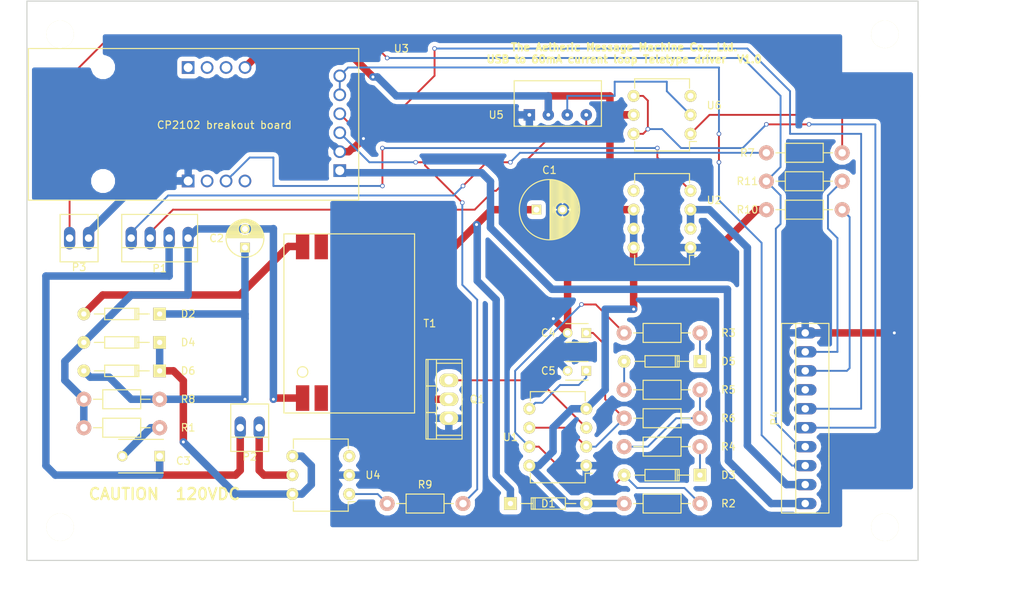
<source format=kicad_pcb>
(kicad_pcb (version 4) (host pcbnew 4.0.4+e1-6308~48~ubuntu14.04.1-stable)

  (general
    (links 78)
    (no_connects 0)
    (area 51.796429 75.84 193.291156 161.450001)
    (thickness 1.6)
    (drawings 10)
    (tracks 320)
    (zones 0)
    (modules 38)
    (nets 44)
  )

  (page A4)
  (layers
    (0 F.Cu signal)
    (31 B.Cu signal)
    (32 B.Adhes user)
    (33 F.Adhes user)
    (34 B.Paste user)
    (35 F.Paste user)
    (36 B.SilkS user)
    (37 F.SilkS user)
    (38 B.Mask user)
    (39 F.Mask user)
    (40 Dwgs.User user)
    (41 Cmts.User user)
    (42 Eco1.User user)
    (43 Eco2.User user)
    (44 Edge.Cuts user)
    (45 Margin user)
    (46 B.CrtYd user)
    (47 F.CrtYd user)
    (48 B.Fab user)
    (49 F.Fab user)
  )

  (setup
    (last_trace_width 0.25)
    (trace_clearance 0.2)
    (zone_clearance 0.6)
    (zone_45_only yes)
    (trace_min 0.2)
    (segment_width 0.2)
    (edge_width 0.15)
    (via_size 0.6)
    (via_drill 0.4)
    (via_min_size 0.4)
    (via_min_drill 0.3)
    (uvia_size 0.3)
    (uvia_drill 0.1)
    (uvias_allowed no)
    (uvia_min_size 0.2)
    (uvia_min_drill 0.1)
    (pcb_text_width 0.3)
    (pcb_text_size 1.5 1.5)
    (mod_edge_width 0.15)
    (mod_text_size 1 1)
    (mod_text_width 0.15)
    (pad_size 1.524 1.524)
    (pad_drill 0.762)
    (pad_to_mask_clearance 0.2)
    (aux_axis_origin 0 0)
    (visible_elements FFFFFF7F)
    (pcbplotparams
      (layerselection 0x010e0_80000001)
      (usegerberextensions false)
      (excludeedgelayer true)
      (linewidth 0.100000)
      (plotframeref false)
      (viasonmask false)
      (mode 1)
      (useauxorigin false)
      (hpglpennumber 1)
      (hpglpenspeed 20)
      (hpglpendiameter 15)
      (hpglpenoverlay 2)
      (psnegative false)
      (psa4output false)
      (plotreference true)
      (plotvalue true)
      (plotinvisibletext false)
      (padsonsilk false)
      (subtractmaskfromsilk false)
      (outputformat 1)
      (mirror false)
      (drillshape 0)
      (scaleselection 1)
      (outputdirectory fab/))
  )

  (net 0 "")
  (net 1 "Net-(C4-Pad1)")
  (net 2 GND)
  (net 3 "Net-(C5-Pad1)")
  (net 4 "Net-(D3-Pad2)")
  (net 5 "Net-(D3-Pad1)")
  (net 6 "Net-(D5-Pad2)")
  (net 7 "Net-(D5-Pad1)")
  (net 8 "Net-(P1-Pad3)")
  (net 9 "Net-(P1-Pad4)")
  (net 10 "Net-(P2-Pad1)")
  (net 11 "Net-(P3-Pad2)")
  (net 12 VCC)
  (net 13 "Net-(R4-Pad1)")
  (net 14 "Net-(Q1-Pad2)")
  (net 15 "Net-(U3-Pad1-4)")
  (net 16 "Net-(U3-Pad2-3)")
  (net 17 "Net-(U3-Pad2-2)")
  (net 18 "Net-(U3-Pad2-1)")
  (net 19 "Net-(U3-Pad1-2)")
  (net 20 "Net-(R7-Pad2)")
  (net 21 "Net-(C1-Pad1)")
  (net 22 "Net-(C2-Pad1)")
  (net 23 "Net-(C3-Pad2)")
  (net 24 "Net-(D2-Pad2)")
  (net 25 "Net-(D4-Pad1)")
  (net 26 "Net-(R9-Pad1)")
  (net 27 "Net-(U4-Pad3)")
  (net 28 "Net-(U2-Pad5)")
  (net 29 /TxD)
  (net 30 /RxD)
  (net 31 "Net-(U5-Pad3)")
  (net 32 "Net-(U6-Pad3)")
  (net 33 "Net-(P4-Pad1)")
  (net 34 "Net-(P4-Pad2)")
  (net 35 "Net-(P4-Pad3)")
  (net 36 "Net-(P4-Pad6)")
  (net 37 "Net-(P4-Pad7)")
  (net 38 "Net-(P4-Pad9)")
  (net 39 "Net-(P4-Pad8)")
  (net 40 /HVNEG)
  (net 41 /HVPOS)
  (net 42 /OSC)
  (net 43 /ENABLE)

  (net_class Default "This is the default net class."
    (clearance 0.2)
    (trace_width 0.25)
    (via_dia 0.6)
    (via_drill 0.4)
    (uvia_dia 0.3)
    (uvia_drill 0.1)
    (add_net /ENABLE)
    (add_net /OSC)
    (add_net /RxD)
    (add_net /TxD)
    (add_net "Net-(C4-Pad1)")
    (add_net "Net-(C5-Pad1)")
    (add_net "Net-(D3-Pad1)")
    (add_net "Net-(D3-Pad2)")
    (add_net "Net-(D5-Pad1)")
    (add_net "Net-(D5-Pad2)")
    (add_net "Net-(P1-Pad3)")
    (add_net "Net-(P1-Pad4)")
    (add_net "Net-(P3-Pad2)")
    (add_net "Net-(P4-Pad3)")
    (add_net "Net-(P4-Pad6)")
    (add_net "Net-(P4-Pad7)")
    (add_net "Net-(P4-Pad8)")
    (add_net "Net-(P4-Pad9)")
    (add_net "Net-(R4-Pad1)")
    (add_net "Net-(R7-Pad2)")
    (add_net "Net-(R9-Pad1)")
    (add_net "Net-(U2-Pad5)")
    (add_net "Net-(U3-Pad1-2)")
    (add_net "Net-(U3-Pad1-4)")
    (add_net "Net-(U3-Pad2-1)")
    (add_net "Net-(U3-Pad2-2)")
    (add_net "Net-(U3-Pad2-3)")
    (add_net "Net-(U4-Pad3)")
    (add_net "Net-(U5-Pad3)")
    (add_net "Net-(U6-Pad3)")
  )

  (net_class PWR ""
    (clearance 0.6)
    (trace_width 1)
    (via_dia 0.6)
    (via_drill 0.4)
    (uvia_dia 0.3)
    (uvia_drill 0.1)
    (add_net /HVNEG)
    (add_net /HVPOS)
    (add_net GND)
    (add_net "Net-(C1-Pad1)")
    (add_net "Net-(C2-Pad1)")
    (add_net "Net-(C3-Pad2)")
    (add_net "Net-(D2-Pad2)")
    (add_net "Net-(D4-Pad1)")
    (add_net "Net-(P2-Pad1)")
    (add_net "Net-(P4-Pad1)")
    (add_net "Net-(P4-Pad2)")
    (add_net "Net-(Q1-Pad2)")
    (add_net VCC)
  )

  (module Mounting_Holes:MountingHole_3.7mm (layer F.Cu) (tedit 5806EECD) (tstamp 5806F4EC)
    (at 170.815 147.955)
    (descr "Mounting Hole 3.7mm, no annular")
    (tags "mounting hole 3.7mm no annular")
    (fp_text reference REF** (at 0 -4.7) (layer F.SilkS) hide
      (effects (font (size 1 1) (thickness 0.15)))
    )
    (fp_text value MountingHole_3.7mm (at 0 4.7) (layer F.Fab)
      (effects (font (size 1 1) (thickness 0.15)))
    )
    (fp_circle (center 0 0) (end 3.7 0) (layer Cmts.User) (width 0.15))
    (fp_circle (center 0 0) (end 3.95 0) (layer F.CrtYd) (width 0.05))
    (pad 1 np_thru_hole circle (at 0 0) (size 3.7 3.7) (drill 3.7) (layers *.Cu *.Mask F.SilkS))
  )

  (module Mounting_Holes:MountingHole_3.7mm (layer F.Cu) (tedit 5806EECD) (tstamp 5806F4DA)
    (at 60.325 81.915)
    (descr "Mounting Hole 3.7mm, no annular")
    (tags "mounting hole 3.7mm no annular")
    (fp_text reference REF** (at 0 -4.7) (layer F.SilkS) hide
      (effects (font (size 1 1) (thickness 0.15)))
    )
    (fp_text value MountingHole_3.7mm (at 0 4.7) (layer F.Fab)
      (effects (font (size 1 1) (thickness 0.15)))
    )
    (fp_circle (center 0 0) (end 3.7 0) (layer Cmts.User) (width 0.15))
    (fp_circle (center 0 0) (end 3.95 0) (layer F.CrtYd) (width 0.05))
    (pad 1 np_thru_hole circle (at 0 0) (size 3.7 3.7) (drill 3.7) (layers *.Cu *.Mask F.SilkS))
  )

  (module cp2102:CP2102-breakout (layer F.Cu) (tedit 57F327F7) (tstamp 57F957F8)
    (at 100.33 83.82 180)
    (path /57F094DE)
    (fp_text reference U3 (at -5.715 0 180) (layer F.SilkS)
      (effects (font (size 1 1) (thickness 0.15)))
    )
    (fp_text value CP2102-breakout (at 0 4.25 180) (layer F.Fab)
      (effects (font (size 1 1) (thickness 0.15)))
    )
    (fp_text user "CP2102 breakout board" (at 18 -10.25 180) (layer F.SilkS)
      (effects (font (size 1 1) (thickness 0.15)))
    )
    (fp_line (start 34.29 -2.5) (end 34.29 -17.75) (layer Dwgs.User) (width 0.15))
    (fp_line (start 15.24 -2.75) (end 15.24 -17.75) (layer Dwgs.User) (width 0.15))
    (fp_line (start 2.54 -2.5) (end 2.54 -17.75) (layer Dwgs.User) (width 0.15))
    (fp_line (start 0 -17.78) (end 44.25 -17.78) (layer Dwgs.User) (width 0.05))
    (fp_line (start 0 -2.54) (end 44.25 -2.54) (layer Dwgs.User) (width 0.05))
    (fp_line (start 44.25 -20.32) (end 44.25 0) (layer F.SilkS) (width 0.15))
    (fp_line (start 0 -20.32) (end 44.25 -20.32) (layer F.SilkS) (width 0.15))
    (fp_line (start 0 0) (end 0 -20.32) (layer F.SilkS) (width 0.15))
    (fp_line (start 44.25 0) (end 0 0) (layer F.SilkS) (width 0.15))
    (pad "" np_thru_hole circle (at 34.25 -2.5 180) (size 2 2) (drill 2) (layers *.Cu *.Mask))
    (pad "" np_thru_hole circle (at 34.25 -17.75 180) (size 2 2) (drill 2) (layers *.Cu *.Mask))
    (pad 2-4 thru_hole circle (at 15.23 -2.54 180) (size 1.7 1.7) (drill 1.2) (layers *.Cu *.Mask)
      (net 12 VCC))
    (pad 1-4 thru_hole circle (at 15.24 -17.746 180) (size 1.7 1.7) (drill 1.2) (layers *.Cu *.Mask)
      (net 15 "Net-(U3-Pad1-4)"))
    (pad 2-3 thru_hole circle (at 17.77 -2.54 180) (size 1.7 1.7) (drill 1.2) (layers *.Cu *.Mask)
      (net 16 "Net-(U3-Pad2-3)"))
    (pad 2-2 thru_hole circle (at 20.31 -2.54 180) (size 1.7 1.7) (drill 1.2) (layers *.Cu *.Mask)
      (net 17 "Net-(U3-Pad2-2)"))
    (pad 2-1 thru_hole rect (at 22.85 -2.55 180) (size 1.7 1.7) (drill 1.2) (layers *.Cu *.Mask)
      (net 18 "Net-(U3-Pad2-1)"))
    (pad 1-3 thru_hole circle (at 17.77 -17.746 180) (size 1.7 1.7) (drill 1.2) (layers *.Cu *.Mask)
      (net 43 /ENABLE))
    (pad 1-2 thru_hole circle (at 20.31 -17.746 180) (size 1.7 1.7) (drill 1.2) (layers *.Cu *.Mask)
      (net 19 "Net-(U3-Pad1-2)"))
    (pad 1-1 thru_hole rect (at 22.85 -17.746 180) (size 1.7 1.7) (drill 1.2) (layers *.Cu *.Mask)
      (net 2 GND))
    (pad 3-6 thru_hole circle (at 2.54 -3.66 180) (size 1.7 1.7) (drill 1.2) (layers *.Cu *.Mask)
      (net 35 "Net-(P4-Pad3)"))
    (pad 3-5 thru_hole circle (at 2.54 -6.2 180) (size 1.7 1.7) (drill 1.2) (layers *.Cu *.Mask)
      (net 35 "Net-(P4-Pad3)"))
    (pad 3-4 thru_hole circle (at 2.54 -8.74 180) (size 1.7 1.7) (drill 1.2) (layers *.Cu *.Mask)
      (net 36 "Net-(P4-Pad6)"))
    (pad 3-3 thru_hole circle (at 2.54 -11.28 180) (size 1.7 1.7) (drill 1.2) (layers *.Cu *.Mask)
      (net 29 /TxD))
    (pad 3-2 thru_hole circle (at 2.54 -13.82 180) (size 1.7 1.7) (drill 1.2) (layers *.Cu *.Mask)
      (net 2 GND))
    (pad 3-1 thru_hole rect (at 2.54 -16.36 180) (size 1.7 1.7) (drill 1.2) (layers *.Cu *.Mask)
      (net 33 "Net-(P4-Pad1)"))
    (model Pin_Headers.3dshapes/Pin_Header_Straight_1x04.wrl
      (at (xyz 0.75 0.7 0))
      (scale (xyz 1 1 1))
      (rotate (xyz 0 0 0))
    )
    (model Pin_Headers.3dshapes/Pin_Header_Angled_1x06.wrl
      (at (xyz 0.1 0.4 0))
      (scale (xyz 1 1 1))
      (rotate (xyz 0 0 -90))
    )
    (model Pin_Headers.3dshapes/Pin_Header_Straight_1x04.wrl
      (at (xyz 0.75 0.1 0))
      (scale (xyz 1 1 1))
      (rotate (xyz 0 0 0))
    )
  )

  (module Housings_DIP:DIP-6_W7.62mm (layer F.Cu) (tedit 5806F050) (tstamp 57FDC3F0)
    (at 144.78 95.25 180)
    (descr "6-lead dip package, row spacing 7.62 mm (300 mils)")
    (tags "dil dip 2.54 300")
    (path /57FDCEDB)
    (fp_text reference U6 (at -3.175 3.81 180) (layer F.SilkS)
      (effects (font (size 1 1) (thickness 0.15)))
    )
    (fp_text value G3VM401E (at 0 -3.72 180) (layer F.Fab)
      (effects (font (size 1 1) (thickness 0.15)))
    )
    (fp_line (start -1.05 -2.45) (end -1.05 7.55) (layer F.CrtYd) (width 0.05))
    (fp_line (start 8.65 -2.45) (end 8.65 7.55) (layer F.CrtYd) (width 0.05))
    (fp_line (start -1.05 -2.45) (end 8.65 -2.45) (layer F.CrtYd) (width 0.05))
    (fp_line (start -1.05 7.55) (end 8.65 7.55) (layer F.CrtYd) (width 0.05))
    (fp_line (start 0.135 -2.295) (end 0.135 -1.025) (layer F.SilkS) (width 0.15))
    (fp_line (start 7.485 -2.295) (end 7.485 -1.025) (layer F.SilkS) (width 0.15))
    (fp_line (start 7.485 7.375) (end 7.485 6.105) (layer F.SilkS) (width 0.15))
    (fp_line (start 0.135 7.375) (end 0.135 6.105) (layer F.SilkS) (width 0.15))
    (fp_line (start 0.135 -2.295) (end 7.485 -2.295) (layer F.SilkS) (width 0.15))
    (fp_line (start 0.135 7.375) (end 7.485 7.375) (layer F.SilkS) (width 0.15))
    (fp_line (start 0.135 -1.025) (end -0.8 -1.025) (layer F.SilkS) (width 0.15))
    (pad 1 thru_hole oval (at 0 0 180) (size 1.6 1.6) (drill 0.8) (layers *.Cu *.Mask F.SilkS)
      (net 20 "Net-(R7-Pad2)"))
    (pad 2 thru_hole oval (at 0 2.54 180) (size 1.6 1.6) (drill 0.8) (layers *.Cu *.Mask F.SilkS)
      (net 31 "Net-(U5-Pad3)"))
    (pad 3 thru_hole oval (at 0 5.08 180) (size 1.6 1.6) (drill 0.8) (layers *.Cu *.Mask F.SilkS)
      (net 32 "Net-(U6-Pad3)"))
    (pad 4 thru_hole oval (at 7.62 5.08 180) (size 1.6 1.6) (drill 0.8) (layers *.Cu *.Mask F.SilkS)
      (net 30 /RxD))
    (pad 5 thru_hole oval (at 7.62 2.54 180) (size 1.6 1.6) (drill 0.8) (layers *.Cu *.Mask F.SilkS)
      (net 12 VCC))
    (pad 6 thru_hole oval (at 7.62 0 180) (size 1.6 1.6) (drill 0.8) (layers *.Cu *.Mask F.SilkS)
      (net 30 /RxD))
    (model Housings_DIP.3dshapes/DIP-6_W7.62mm.wrl
      (at (xyz 0 0 0))
      (scale (xyz 1 1 1))
      (rotate (xyz 0 0 0))
    )
  )

  (module Connect:PINHEAD1-2 (layer F.Cu) (tedit 0) (tstamp 58040C15)
    (at 62.865 109.22 180)
    (path /57F0B03E)
    (attr virtual)
    (fp_text reference P3 (at 0 -3.9 180) (layer F.SilkS)
      (effects (font (size 1 1) (thickness 0.15)))
    )
    (fp_text value CONN_01X02 (at 0 3.81 180) (layer F.Fab)
      (effects (font (size 1 1) (thickness 0.15)))
    )
    (fp_line (start 2.54 -1.27) (end -2.54 -1.27) (layer F.SilkS) (width 0.15))
    (fp_line (start 2.54 3.175) (end -2.54 3.175) (layer F.SilkS) (width 0.15))
    (fp_line (start -2.54 -3.175) (end 2.54 -3.175) (layer F.SilkS) (width 0.15))
    (fp_line (start -2.54 -3.175) (end -2.54 3.175) (layer F.SilkS) (width 0.15))
    (fp_line (start 2.54 -3.175) (end 2.54 3.175) (layer F.SilkS) (width 0.15))
    (pad 1 thru_hole oval (at -1.27 0 180) (size 1.50622 3.01498) (drill 0.99822) (layers *.Cu *.Mask)
      (net 2 GND))
    (pad 2 thru_hole oval (at 1.27 0 180) (size 1.50622 3.01498) (drill 0.99822) (layers *.Cu *.Mask)
      (net 11 "Net-(P3-Pad2)"))
  )

  (module Capacitors_ThroughHole:C_Radial_D5_L6_P2.5 (layer F.Cu) (tedit 5806EF36) (tstamp 57F95726)
    (at 85.09 110.49 90)
    (descr "Radial Electrolytic Capacitor Diameter 5mm x Length 6mm, Pitch 2.5mm")
    (tags "Electrolytic Capacitor")
    (path /57FD3936)
    (fp_text reference C2 (at 1.25 -3.8 180) (layer F.SilkS)
      (effects (font (size 1 1) (thickness 0.15)))
    )
    (fp_text value 1uf (at 1.25 3.8 90) (layer F.Fab)
      (effects (font (size 1 1) (thickness 0.15)))
    )
    (fp_line (start 1.325 -2.499) (end 1.325 2.499) (layer F.SilkS) (width 0.15))
    (fp_line (start 1.465 -2.491) (end 1.465 2.491) (layer F.SilkS) (width 0.15))
    (fp_line (start 1.605 -2.475) (end 1.605 -0.095) (layer F.SilkS) (width 0.15))
    (fp_line (start 1.605 0.095) (end 1.605 2.475) (layer F.SilkS) (width 0.15))
    (fp_line (start 1.745 -2.451) (end 1.745 -0.49) (layer F.SilkS) (width 0.15))
    (fp_line (start 1.745 0.49) (end 1.745 2.451) (layer F.SilkS) (width 0.15))
    (fp_line (start 1.885 -2.418) (end 1.885 -0.657) (layer F.SilkS) (width 0.15))
    (fp_line (start 1.885 0.657) (end 1.885 2.418) (layer F.SilkS) (width 0.15))
    (fp_line (start 2.025 -2.377) (end 2.025 -0.764) (layer F.SilkS) (width 0.15))
    (fp_line (start 2.025 0.764) (end 2.025 2.377) (layer F.SilkS) (width 0.15))
    (fp_line (start 2.165 -2.327) (end 2.165 -0.835) (layer F.SilkS) (width 0.15))
    (fp_line (start 2.165 0.835) (end 2.165 2.327) (layer F.SilkS) (width 0.15))
    (fp_line (start 2.305 -2.266) (end 2.305 -0.879) (layer F.SilkS) (width 0.15))
    (fp_line (start 2.305 0.879) (end 2.305 2.266) (layer F.SilkS) (width 0.15))
    (fp_line (start 2.445 -2.196) (end 2.445 -0.898) (layer F.SilkS) (width 0.15))
    (fp_line (start 2.445 0.898) (end 2.445 2.196) (layer F.SilkS) (width 0.15))
    (fp_line (start 2.585 -2.114) (end 2.585 -0.896) (layer F.SilkS) (width 0.15))
    (fp_line (start 2.585 0.896) (end 2.585 2.114) (layer F.SilkS) (width 0.15))
    (fp_line (start 2.725 -2.019) (end 2.725 -0.871) (layer F.SilkS) (width 0.15))
    (fp_line (start 2.725 0.871) (end 2.725 2.019) (layer F.SilkS) (width 0.15))
    (fp_line (start 2.865 -1.908) (end 2.865 -0.823) (layer F.SilkS) (width 0.15))
    (fp_line (start 2.865 0.823) (end 2.865 1.908) (layer F.SilkS) (width 0.15))
    (fp_line (start 3.005 -1.78) (end 3.005 -0.745) (layer F.SilkS) (width 0.15))
    (fp_line (start 3.005 0.745) (end 3.005 1.78) (layer F.SilkS) (width 0.15))
    (fp_line (start 3.145 -1.631) (end 3.145 -0.628) (layer F.SilkS) (width 0.15))
    (fp_line (start 3.145 0.628) (end 3.145 1.631) (layer F.SilkS) (width 0.15))
    (fp_line (start 3.285 -1.452) (end 3.285 -0.44) (layer F.SilkS) (width 0.15))
    (fp_line (start 3.285 0.44) (end 3.285 1.452) (layer F.SilkS) (width 0.15))
    (fp_line (start 3.425 -1.233) (end 3.425 1.233) (layer F.SilkS) (width 0.15))
    (fp_line (start 3.565 -0.944) (end 3.565 0.944) (layer F.SilkS) (width 0.15))
    (fp_line (start 3.705 -0.472) (end 3.705 0.472) (layer F.SilkS) (width 0.15))
    (fp_circle (center 2.5 0) (end 2.5 -0.9) (layer F.SilkS) (width 0.15))
    (fp_circle (center 1.25 0) (end 1.25 -2.5375) (layer F.SilkS) (width 0.15))
    (fp_circle (center 1.25 0) (end 1.25 -2.8) (layer F.CrtYd) (width 0.05))
    (pad 1 thru_hole rect (at 0 0 90) (size 1.3 1.3) (drill 0.8) (layers *.Cu *.Mask F.SilkS)
      (net 22 "Net-(C2-Pad1)"))
    (pad 2 thru_hole circle (at 2.5 0 90) (size 1.3 1.3) (drill 0.8) (layers *.Cu *.Mask F.SilkS)
      (net 40 /HVNEG))
    (model Capacitors_ThroughHole.3dshapes/C_Radial_D5_L6_P2.5.wrl
      (at (xyz 0.0492126 0 0))
      (scale (xyz 1 1 1))
      (rotate (xyz 0 0 90))
    )
  )

  (module Capacitors_ThroughHole:C_Disc_D3_P2.5 (layer F.Cu) (tedit 58031B59) (tstamp 57F95732)
    (at 130.81 121.92 180)
    (descr "Capacitor 3mm Disc, Pitch 2.5mm")
    (tags Capacitor)
    (path /57E4E2FC)
    (fp_text reference C4 (at 5.08 0 180) (layer F.SilkS)
      (effects (font (size 1 1) (thickness 0.15)))
    )
    (fp_text value 100pf (at 1.25 2.5 180) (layer F.Fab)
      (effects (font (size 1 1) (thickness 0.15)))
    )
    (fp_line (start -0.9 -1.5) (end 3.4 -1.5) (layer F.CrtYd) (width 0.05))
    (fp_line (start 3.4 -1.5) (end 3.4 1.5) (layer F.CrtYd) (width 0.05))
    (fp_line (start 3.4 1.5) (end -0.9 1.5) (layer F.CrtYd) (width 0.05))
    (fp_line (start -0.9 1.5) (end -0.9 -1.5) (layer F.CrtYd) (width 0.05))
    (fp_line (start -0.25 -1.25) (end 2.75 -1.25) (layer F.SilkS) (width 0.15))
    (fp_line (start 2.75 1.25) (end -0.25 1.25) (layer F.SilkS) (width 0.15))
    (pad 1 thru_hole rect (at 0 0 180) (size 1.3 1.3) (drill 0.8) (layers *.Cu *.Mask F.SilkS)
      (net 1 "Net-(C4-Pad1)"))
    (pad 2 thru_hole circle (at 2.5 0 180) (size 1.3 1.3) (drill 0.8001) (layers *.Cu *.Mask F.SilkS)
      (net 2 GND))
    (model Capacitors_ThroughHole.3dshapes/C_Disc_D3_P2.5.wrl
      (at (xyz 0.0492126 0 0))
      (scale (xyz 1 1 1))
      (rotate (xyz 0 0 0))
    )
  )

  (module Capacitors_ThroughHole:C_Disc_D3_P2.5 (layer F.Cu) (tedit 58031B5E) (tstamp 57F95738)
    (at 130.81 127 180)
    (descr "Capacitor 3mm Disc, Pitch 2.5mm")
    (tags Capacitor)
    (path /57E4E2FD)
    (fp_text reference C5 (at 5.08 0 180) (layer F.SilkS)
      (effects (font (size 1 1) (thickness 0.15)))
    )
    (fp_text value 0.1uf (at 1.25 2.5 180) (layer F.Fab)
      (effects (font (size 1 1) (thickness 0.15)))
    )
    (fp_line (start -0.9 -1.5) (end 3.4 -1.5) (layer F.CrtYd) (width 0.05))
    (fp_line (start 3.4 -1.5) (end 3.4 1.5) (layer F.CrtYd) (width 0.05))
    (fp_line (start 3.4 1.5) (end -0.9 1.5) (layer F.CrtYd) (width 0.05))
    (fp_line (start -0.9 1.5) (end -0.9 -1.5) (layer F.CrtYd) (width 0.05))
    (fp_line (start -0.25 -1.25) (end 2.75 -1.25) (layer F.SilkS) (width 0.15))
    (fp_line (start 2.75 1.25) (end -0.25 1.25) (layer F.SilkS) (width 0.15))
    (pad 1 thru_hole rect (at 0 0 180) (size 1.3 1.3) (drill 0.8) (layers *.Cu *.Mask F.SilkS)
      (net 3 "Net-(C5-Pad1)"))
    (pad 2 thru_hole circle (at 2.5 0 180) (size 1.3 1.3) (drill 0.8001) (layers *.Cu *.Mask F.SilkS)
      (net 2 GND))
    (model Capacitors_ThroughHole.3dshapes/C_Disc_D3_P2.5.wrl
      (at (xyz 0.0492126 0 0))
      (scale (xyz 1 1 1))
      (rotate (xyz 0 0 0))
    )
  )

  (module Diodes_ThroughHole:Diode_DO-35_SOD27_Horizontal_RM10 (layer F.Cu) (tedit 5803D553) (tstamp 57F9573E)
    (at 120.65 144.78)
    (descr "Diode, DO-35,  SOD27, Horizontal, RM 10mm")
    (tags "Diode, DO-35, SOD27, Horizontal, RM 10mm, 1N4148,")
    (path /57E5AF6F)
    (fp_text reference D1 (at 5.08 0) (layer F.SilkS)
      (effects (font (size 1 1) (thickness 0.15)))
    )
    (fp_text value D (at 7.62 1.27) (layer F.Fab)
      (effects (font (size 1 1) (thickness 0.15)))
    )
    (fp_line (start 7.36652 -0.00254) (end 8.76352 -0.00254) (layer F.SilkS) (width 0.15))
    (fp_line (start 2.92152 -0.00254) (end 1.39752 -0.00254) (layer F.SilkS) (width 0.15))
    (fp_line (start 3.30252 -0.76454) (end 3.30252 0.75946) (layer F.SilkS) (width 0.15))
    (fp_line (start 3.04852 -0.76454) (end 3.04852 0.75946) (layer F.SilkS) (width 0.15))
    (fp_line (start 2.79452 -0.00254) (end 2.79452 0.75946) (layer F.SilkS) (width 0.15))
    (fp_line (start 2.79452 0.75946) (end 7.36652 0.75946) (layer F.SilkS) (width 0.15))
    (fp_line (start 7.36652 0.75946) (end 7.36652 -0.76454) (layer F.SilkS) (width 0.15))
    (fp_line (start 7.36652 -0.76454) (end 2.79452 -0.76454) (layer F.SilkS) (width 0.15))
    (fp_line (start 2.79452 -0.76454) (end 2.79452 -0.00254) (layer F.SilkS) (width 0.15))
    (pad 2 thru_hole circle (at 10.16052 -0.00254 180) (size 1.69926 1.69926) (drill 0.70104) (layers *.Cu *.Mask F.SilkS)
      (net 12 VCC))
    (pad 1 thru_hole rect (at 0.00052 -0.00254 180) (size 1.69926 1.69926) (drill 0.70104) (layers *.Cu *.Mask F.SilkS)
      (net 21 "Net-(C1-Pad1)"))
    (model Diodes_ThroughHole.3dshapes/Diode_DO-35_SOD27_Horizontal_RM10.wrl
      (at (xyz 0.2 0 0))
      (scale (xyz 0.4 0.4 0.4))
      (rotate (xyz 0 0 180))
    )
  )

  (module Diodes_ThroughHole:Diode_DO-35_SOD27_Horizontal_RM10 (layer F.Cu) (tedit 58031BED) (tstamp 57F95744)
    (at 73.66 119.38 180)
    (descr "Diode, DO-35,  SOD27, Horizontal, RM 10mm")
    (tags "Diode, DO-35, SOD27, Horizontal, RM 10mm, 1N4148,")
    (path /57E5B382)
    (fp_text reference D2 (at -3.81 0 180) (layer F.SilkS)
      (effects (font (size 1 1) (thickness 0.15)))
    )
    (fp_text value D (at 5.08 0 180) (layer F.Fab)
      (effects (font (size 1 1) (thickness 0.15)))
    )
    (fp_line (start 7.36652 -0.00254) (end 8.76352 -0.00254) (layer F.SilkS) (width 0.15))
    (fp_line (start 2.92152 -0.00254) (end 1.39752 -0.00254) (layer F.SilkS) (width 0.15))
    (fp_line (start 3.30252 -0.76454) (end 3.30252 0.75946) (layer F.SilkS) (width 0.15))
    (fp_line (start 3.04852 -0.76454) (end 3.04852 0.75946) (layer F.SilkS) (width 0.15))
    (fp_line (start 2.79452 -0.00254) (end 2.79452 0.75946) (layer F.SilkS) (width 0.15))
    (fp_line (start 2.79452 0.75946) (end 7.36652 0.75946) (layer F.SilkS) (width 0.15))
    (fp_line (start 7.36652 0.75946) (end 7.36652 -0.76454) (layer F.SilkS) (width 0.15))
    (fp_line (start 7.36652 -0.76454) (end 2.79452 -0.76454) (layer F.SilkS) (width 0.15))
    (fp_line (start 2.79452 -0.76454) (end 2.79452 -0.00254) (layer F.SilkS) (width 0.15))
    (pad 2 thru_hole circle (at 10.16052 -0.00254) (size 1.69926 1.69926) (drill 0.70104) (layers *.Cu *.Mask F.SilkS)
      (net 24 "Net-(D2-Pad2)"))
    (pad 1 thru_hole rect (at 0.00052 -0.00254) (size 1.69926 1.69926) (drill 0.70104) (layers *.Cu *.Mask F.SilkS)
      (net 22 "Net-(C2-Pad1)"))
    (model Diodes_ThroughHole.3dshapes/Diode_DO-35_SOD27_Horizontal_RM10.wrl
      (at (xyz 0.2 0 0))
      (scale (xyz 0.4 0.4 0.4))
      (rotate (xyz 0 0 180))
    )
  )

  (module Diodes_ThroughHole:Diode_DO-35_SOD27_Horizontal_RM10 (layer F.Cu) (tedit 58031B35) (tstamp 57F9574A)
    (at 146.05 140.97 180)
    (descr "Diode, DO-35,  SOD27, Horizontal, RM 10mm")
    (tags "Diode, DO-35, SOD27, Horizontal, RM 10mm, 1N4148,")
    (path /57E4E2F5)
    (fp_text reference D3 (at -3.81 0 180) (layer F.SilkS)
      (effects (font (size 1 1) (thickness 0.15)))
    )
    (fp_text value 1N4148 (at 5.08 0 180) (layer F.Fab)
      (effects (font (size 1 1) (thickness 0.15)))
    )
    (fp_line (start 7.36652 -0.00254) (end 8.76352 -0.00254) (layer F.SilkS) (width 0.15))
    (fp_line (start 2.92152 -0.00254) (end 1.39752 -0.00254) (layer F.SilkS) (width 0.15))
    (fp_line (start 3.30252 -0.76454) (end 3.30252 0.75946) (layer F.SilkS) (width 0.15))
    (fp_line (start 3.04852 -0.76454) (end 3.04852 0.75946) (layer F.SilkS) (width 0.15))
    (fp_line (start 2.79452 -0.00254) (end 2.79452 0.75946) (layer F.SilkS) (width 0.15))
    (fp_line (start 2.79452 0.75946) (end 7.36652 0.75946) (layer F.SilkS) (width 0.15))
    (fp_line (start 7.36652 0.75946) (end 7.36652 -0.76454) (layer F.SilkS) (width 0.15))
    (fp_line (start 7.36652 -0.76454) (end 2.79452 -0.76454) (layer F.SilkS) (width 0.15))
    (fp_line (start 2.79452 -0.76454) (end 2.79452 -0.00254) (layer F.SilkS) (width 0.15))
    (pad 2 thru_hole circle (at 10.16052 -0.00254) (size 1.69926 1.69926) (drill 0.70104) (layers *.Cu *.Mask F.SilkS)
      (net 4 "Net-(D3-Pad2)"))
    (pad 1 thru_hole rect (at 0.00052 -0.00254) (size 1.69926 1.69926) (drill 0.70104) (layers *.Cu *.Mask F.SilkS)
      (net 5 "Net-(D3-Pad1)"))
    (model Diodes_ThroughHole.3dshapes/Diode_DO-35_SOD27_Horizontal_RM10.wrl
      (at (xyz 0.2 0 0))
      (scale (xyz 0.4 0.4 0.4))
      (rotate (xyz 0 0 180))
    )
  )

  (module Diodes_ThroughHole:Diode_DO-35_SOD27_Horizontal_RM10 (layer F.Cu) (tedit 58031BDF) (tstamp 57F95750)
    (at 73.66 123.19 180)
    (descr "Diode, DO-35,  SOD27, Horizontal, RM 10mm")
    (tags "Diode, DO-35, SOD27, Horizontal, RM 10mm, 1N4148,")
    (path /57E5B55A)
    (fp_text reference D4 (at -3.81 0 180) (layer F.SilkS)
      (effects (font (size 1 1) (thickness 0.15)))
    )
    (fp_text value "ZENER 120V" (at -7.62 -1.27 180) (layer F.Fab)
      (effects (font (size 1 1) (thickness 0.15)))
    )
    (fp_line (start 7.36652 -0.00254) (end 8.76352 -0.00254) (layer F.SilkS) (width 0.15))
    (fp_line (start 2.92152 -0.00254) (end 1.39752 -0.00254) (layer F.SilkS) (width 0.15))
    (fp_line (start 3.30252 -0.76454) (end 3.30252 0.75946) (layer F.SilkS) (width 0.15))
    (fp_line (start 3.04852 -0.76454) (end 3.04852 0.75946) (layer F.SilkS) (width 0.15))
    (fp_line (start 2.79452 -0.00254) (end 2.79452 0.75946) (layer F.SilkS) (width 0.15))
    (fp_line (start 2.79452 0.75946) (end 7.36652 0.75946) (layer F.SilkS) (width 0.15))
    (fp_line (start 7.36652 0.75946) (end 7.36652 -0.76454) (layer F.SilkS) (width 0.15))
    (fp_line (start 7.36652 -0.76454) (end 2.79452 -0.76454) (layer F.SilkS) (width 0.15))
    (fp_line (start 2.79452 -0.76454) (end 2.79452 -0.00254) (layer F.SilkS) (width 0.15))
    (pad 2 thru_hole circle (at 10.16052 -0.00254) (size 1.69926 1.69926) (drill 0.70104) (layers *.Cu *.Mask F.SilkS)
      (net 40 /HVNEG))
    (pad 1 thru_hole rect (at 0.00052 -0.00254) (size 1.69926 1.69926) (drill 0.70104) (layers *.Cu *.Mask F.SilkS)
      (net 25 "Net-(D4-Pad1)"))
    (model Diodes_ThroughHole.3dshapes/Diode_DO-35_SOD27_Horizontal_RM10.wrl
      (at (xyz 0.2 0 0))
      (scale (xyz 0.4 0.4 0.4))
      (rotate (xyz 0 0 180))
    )
  )

  (module Diodes_ThroughHole:Diode_DO-35_SOD27_Horizontal_RM10 (layer F.Cu) (tedit 58031B25) (tstamp 57F95756)
    (at 146.05 125.73 180)
    (descr "Diode, DO-35,  SOD27, Horizontal, RM 10mm")
    (tags "Diode, DO-35, SOD27, Horizontal, RM 10mm, 1N4148,")
    (path /57E4E2F6)
    (fp_text reference D5 (at -3.81 0 180) (layer F.SilkS)
      (effects (font (size 1 1) (thickness 0.15)))
    )
    (fp_text value 1N4148 (at 5.08 0 180) (layer F.Fab)
      (effects (font (size 1 1) (thickness 0.15)))
    )
    (fp_line (start 7.36652 -0.00254) (end 8.76352 -0.00254) (layer F.SilkS) (width 0.15))
    (fp_line (start 2.92152 -0.00254) (end 1.39752 -0.00254) (layer F.SilkS) (width 0.15))
    (fp_line (start 3.30252 -0.76454) (end 3.30252 0.75946) (layer F.SilkS) (width 0.15))
    (fp_line (start 3.04852 -0.76454) (end 3.04852 0.75946) (layer F.SilkS) (width 0.15))
    (fp_line (start 2.79452 -0.00254) (end 2.79452 0.75946) (layer F.SilkS) (width 0.15))
    (fp_line (start 2.79452 0.75946) (end 7.36652 0.75946) (layer F.SilkS) (width 0.15))
    (fp_line (start 7.36652 0.75946) (end 7.36652 -0.76454) (layer F.SilkS) (width 0.15))
    (fp_line (start 7.36652 -0.76454) (end 2.79452 -0.76454) (layer F.SilkS) (width 0.15))
    (fp_line (start 2.79452 -0.76454) (end 2.79452 -0.00254) (layer F.SilkS) (width 0.15))
    (pad 2 thru_hole circle (at 10.16052 -0.00254) (size 1.69926 1.69926) (drill 0.70104) (layers *.Cu *.Mask F.SilkS)
      (net 6 "Net-(D5-Pad2)"))
    (pad 1 thru_hole rect (at 0.00052 -0.00254) (size 1.69926 1.69926) (drill 0.70104) (layers *.Cu *.Mask F.SilkS)
      (net 7 "Net-(D5-Pad1)"))
    (model Diodes_ThroughHole.3dshapes/Diode_DO-35_SOD27_Horizontal_RM10.wrl
      (at (xyz 0.2 0 0))
      (scale (xyz 0.4 0.4 0.4))
      (rotate (xyz 0 0 180))
    )
  )

  (module Diodes_ThroughHole:Diode_DO-35_SOD27_Horizontal_RM10 (layer F.Cu) (tedit 58031BF5) (tstamp 57F9575C)
    (at 73.66 127 180)
    (descr "Diode, DO-35,  SOD27, Horizontal, RM 10mm")
    (tags "Diode, DO-35, SOD27, Horizontal, RM 10mm, 1N4148,")
    (path /57E70158)
    (fp_text reference D6 (at -3.81 0 180) (layer F.SilkS)
      (effects (font (size 1 1) (thickness 0.15)))
    )
    (fp_text value D (at 5.08 0 180) (layer F.Fab)
      (effects (font (size 1 1) (thickness 0.15)))
    )
    (fp_line (start 7.36652 -0.00254) (end 8.76352 -0.00254) (layer F.SilkS) (width 0.15))
    (fp_line (start 2.92152 -0.00254) (end 1.39752 -0.00254) (layer F.SilkS) (width 0.15))
    (fp_line (start 3.30252 -0.76454) (end 3.30252 0.75946) (layer F.SilkS) (width 0.15))
    (fp_line (start 3.04852 -0.76454) (end 3.04852 0.75946) (layer F.SilkS) (width 0.15))
    (fp_line (start 2.79452 -0.00254) (end 2.79452 0.75946) (layer F.SilkS) (width 0.15))
    (fp_line (start 2.79452 0.75946) (end 7.36652 0.75946) (layer F.SilkS) (width 0.15))
    (fp_line (start 7.36652 0.75946) (end 7.36652 -0.76454) (layer F.SilkS) (width 0.15))
    (fp_line (start 7.36652 -0.76454) (end 2.79452 -0.76454) (layer F.SilkS) (width 0.15))
    (fp_line (start 2.79452 -0.76454) (end 2.79452 -0.00254) (layer F.SilkS) (width 0.15))
    (pad 2 thru_hole circle (at 10.16052 -0.00254) (size 1.69926 1.69926) (drill 0.70104) (layers *.Cu *.Mask F.SilkS)
      (net 22 "Net-(C2-Pad1)"))
    (pad 1 thru_hole rect (at 0.00052 -0.00254) (size 1.69926 1.69926) (drill 0.70104) (layers *.Cu *.Mask F.SilkS)
      (net 25 "Net-(D4-Pad1)"))
    (model Diodes_ThroughHole.3dshapes/Diode_DO-35_SOD27_Horizontal_RM10.wrl
      (at (xyz 0.2 0 0))
      (scale (xyz 0.4 0.4 0.4))
      (rotate (xyz 0 0 180))
    )
  )

  (module Resistors_ThroughHole:Resistor_Horizontal_RM10mm (layer F.Cu) (tedit 58031BB4) (tstamp 57F95786)
    (at 73.66 134.62 180)
    (descr "Resistor, Axial,  RM 10mm, 1/3W")
    (tags "Resistor Axial RM 10mm 1/3W")
    (path /57E5B823)
    (fp_text reference R1 (at -3.81 0 180) (layer F.SilkS)
      (effects (font (size 1 1) (thickness 0.15)))
    )
    (fp_text value 10 (at 5.08 0 180) (layer F.Fab)
      (effects (font (size 1 1) (thickness 0.15)))
    )
    (fp_line (start -1.25 -1.5) (end 11.4 -1.5) (layer F.CrtYd) (width 0.05))
    (fp_line (start -1.25 1.5) (end -1.25 -1.5) (layer F.CrtYd) (width 0.05))
    (fp_line (start 11.4 -1.5) (end 11.4 1.5) (layer F.CrtYd) (width 0.05))
    (fp_line (start -1.25 1.5) (end 11.4 1.5) (layer F.CrtYd) (width 0.05))
    (fp_line (start 2.54 -1.27) (end 7.62 -1.27) (layer F.SilkS) (width 0.15))
    (fp_line (start 7.62 -1.27) (end 7.62 1.27) (layer F.SilkS) (width 0.15))
    (fp_line (start 7.62 1.27) (end 2.54 1.27) (layer F.SilkS) (width 0.15))
    (fp_line (start 2.54 1.27) (end 2.54 -1.27) (layer F.SilkS) (width 0.15))
    (fp_line (start 2.54 0) (end 1.27 0) (layer F.SilkS) (width 0.15))
    (fp_line (start 7.62 0) (end 8.89 0) (layer F.SilkS) (width 0.15))
    (pad 1 thru_hole circle (at 0 0 180) (size 1.99898 1.99898) (drill 1.00076) (layers *.Cu *.SilkS *.Mask)
      (net 23 "Net-(C3-Pad2)"))
    (pad 2 thru_hole circle (at 10.16 0 180) (size 1.99898 1.99898) (drill 1.00076) (layers *.Cu *.SilkS *.Mask)
      (net 40 /HVNEG))
    (model Resistors_ThroughHole.3dshapes/Resistor_Horizontal_RM10mm.wrl
      (at (xyz 0.2 0 0))
      (scale (xyz 0.4 0.4 0.4))
      (rotate (xyz 0 0 0))
    )
  )

  (module Resistors_ThroughHole:Resistor_Horizontal_RM10mm (layer F.Cu) (tedit 58031B3C) (tstamp 57F9578C)
    (at 135.89 144.78)
    (descr "Resistor, Axial,  RM 10mm, 1/3W")
    (tags "Resistor Axial RM 10mm 1/3W")
    (path /57E4E2FA)
    (fp_text reference R2 (at 13.97 0) (layer F.SilkS)
      (effects (font (size 1 1) (thickness 0.15)))
    )
    (fp_text value 4.7K (at 5.08 0) (layer F.Fab)
      (effects (font (size 1 1) (thickness 0.15)))
    )
    (fp_line (start -1.25 -1.5) (end 11.4 -1.5) (layer F.CrtYd) (width 0.05))
    (fp_line (start -1.25 1.5) (end -1.25 -1.5) (layer F.CrtYd) (width 0.05))
    (fp_line (start 11.4 -1.5) (end 11.4 1.5) (layer F.CrtYd) (width 0.05))
    (fp_line (start -1.25 1.5) (end 11.4 1.5) (layer F.CrtYd) (width 0.05))
    (fp_line (start 2.54 -1.27) (end 7.62 -1.27) (layer F.SilkS) (width 0.15))
    (fp_line (start 7.62 -1.27) (end 7.62 1.27) (layer F.SilkS) (width 0.15))
    (fp_line (start 7.62 1.27) (end 2.54 1.27) (layer F.SilkS) (width 0.15))
    (fp_line (start 2.54 1.27) (end 2.54 -1.27) (layer F.SilkS) (width 0.15))
    (fp_line (start 2.54 0) (end 1.27 0) (layer F.SilkS) (width 0.15))
    (fp_line (start 7.62 0) (end 8.89 0) (layer F.SilkS) (width 0.15))
    (pad 1 thru_hole circle (at 0 0) (size 1.99898 1.99898) (drill 1.00076) (layers *.Cu *.SilkS *.Mask)
      (net 12 VCC))
    (pad 2 thru_hole circle (at 10.16 0) (size 1.99898 1.99898) (drill 1.00076) (layers *.Cu *.SilkS *.Mask)
      (net 4 "Net-(D3-Pad2)"))
    (model Resistors_ThroughHole.3dshapes/Resistor_Horizontal_RM10mm.wrl
      (at (xyz 0.2 0 0))
      (scale (xyz 0.4 0.4 0.4))
      (rotate (xyz 0 0 0))
    )
  )

  (module Resistors_ThroughHole:Resistor_Horizontal_RM10mm (layer F.Cu) (tedit 58031A9F) (tstamp 57F95792)
    (at 135.89 121.92)
    (descr "Resistor, Axial,  RM 10mm, 1/3W")
    (tags "Resistor Axial RM 10mm 1/3W")
    (path /57E4E2F9)
    (fp_text reference R3 (at 13.97 0) (layer F.SilkS)
      (effects (font (size 1 1) (thickness 0.15)))
    )
    (fp_text value 4.7K (at 5.08 0) (layer F.Fab)
      (effects (font (size 1 1) (thickness 0.15)))
    )
    (fp_line (start -1.25 -1.5) (end 11.4 -1.5) (layer F.CrtYd) (width 0.05))
    (fp_line (start -1.25 1.5) (end -1.25 -1.5) (layer F.CrtYd) (width 0.05))
    (fp_line (start 11.4 -1.5) (end 11.4 1.5) (layer F.CrtYd) (width 0.05))
    (fp_line (start -1.25 1.5) (end 11.4 1.5) (layer F.CrtYd) (width 0.05))
    (fp_line (start 2.54 -1.27) (end 7.62 -1.27) (layer F.SilkS) (width 0.15))
    (fp_line (start 7.62 -1.27) (end 7.62 1.27) (layer F.SilkS) (width 0.15))
    (fp_line (start 7.62 1.27) (end 2.54 1.27) (layer F.SilkS) (width 0.15))
    (fp_line (start 2.54 1.27) (end 2.54 -1.27) (layer F.SilkS) (width 0.15))
    (fp_line (start 2.54 0) (end 1.27 0) (layer F.SilkS) (width 0.15))
    (fp_line (start 7.62 0) (end 8.89 0) (layer F.SilkS) (width 0.15))
    (pad 1 thru_hole circle (at 0 0) (size 1.99898 1.99898) (drill 1.00076) (layers *.Cu *.SilkS *.Mask)
      (net 4 "Net-(D3-Pad2)"))
    (pad 2 thru_hole circle (at 10.16 0) (size 1.99898 1.99898) (drill 1.00076) (layers *.Cu *.SilkS *.Mask)
      (net 7 "Net-(D5-Pad1)"))
    (model Resistors_ThroughHole.3dshapes/Resistor_Horizontal_RM10mm.wrl
      (at (xyz 0.2 0 0))
      (scale (xyz 0.4 0.4 0.4))
      (rotate (xyz 0 0 0))
    )
  )

  (module Resistors_ThroughHole:Resistor_Horizontal_RM10mm (layer F.Cu) (tedit 58031B30) (tstamp 57F95798)
    (at 135.89 137.16)
    (descr "Resistor, Axial,  RM 10mm, 1/3W")
    (tags "Resistor Axial RM 10mm 1/3W")
    (path /57E4E2F7)
    (fp_text reference R4 (at 13.97 0) (layer F.SilkS)
      (effects (font (size 1 1) (thickness 0.15)))
    )
    (fp_text value 22K (at 5.08 0) (layer F.Fab)
      (effects (font (size 1 1) (thickness 0.15)))
    )
    (fp_line (start -1.25 -1.5) (end 11.4 -1.5) (layer F.CrtYd) (width 0.05))
    (fp_line (start -1.25 1.5) (end -1.25 -1.5) (layer F.CrtYd) (width 0.05))
    (fp_line (start 11.4 -1.5) (end 11.4 1.5) (layer F.CrtYd) (width 0.05))
    (fp_line (start -1.25 1.5) (end 11.4 1.5) (layer F.CrtYd) (width 0.05))
    (fp_line (start 2.54 -1.27) (end 7.62 -1.27) (layer F.SilkS) (width 0.15))
    (fp_line (start 7.62 -1.27) (end 7.62 1.27) (layer F.SilkS) (width 0.15))
    (fp_line (start 7.62 1.27) (end 2.54 1.27) (layer F.SilkS) (width 0.15))
    (fp_line (start 2.54 1.27) (end 2.54 -1.27) (layer F.SilkS) (width 0.15))
    (fp_line (start 2.54 0) (end 1.27 0) (layer F.SilkS) (width 0.15))
    (fp_line (start 7.62 0) (end 8.89 0) (layer F.SilkS) (width 0.15))
    (pad 1 thru_hole circle (at 0 0) (size 1.99898 1.99898) (drill 1.00076) (layers *.Cu *.SilkS *.Mask)
      (net 13 "Net-(R4-Pad1)"))
    (pad 2 thru_hole circle (at 10.16 0) (size 1.99898 1.99898) (drill 1.00076) (layers *.Cu *.SilkS *.Mask)
      (net 5 "Net-(D3-Pad1)"))
    (model Resistors_ThroughHole.3dshapes/Resistor_Horizontal_RM10mm.wrl
      (at (xyz 0.2 0 0))
      (scale (xyz 0.4 0.4 0.4))
      (rotate (xyz 0 0 0))
    )
  )

  (module Resistors_ThroughHole:Resistor_Horizontal_RM10mm (layer F.Cu) (tedit 58031B2A) (tstamp 57F9579E)
    (at 135.89 129.54)
    (descr "Resistor, Axial,  RM 10mm, 1/3W")
    (tags "Resistor Axial RM 10mm 1/3W")
    (path /57E4E2F8)
    (fp_text reference R5 (at 13.97 0) (layer F.SilkS)
      (effects (font (size 1 1) (thickness 0.15)))
    )
    (fp_text value 68K (at 5.08 0) (layer F.Fab)
      (effects (font (size 1 1) (thickness 0.15)))
    )
    (fp_line (start -1.25 -1.5) (end 11.4 -1.5) (layer F.CrtYd) (width 0.05))
    (fp_line (start -1.25 1.5) (end -1.25 -1.5) (layer F.CrtYd) (width 0.05))
    (fp_line (start 11.4 -1.5) (end 11.4 1.5) (layer F.CrtYd) (width 0.05))
    (fp_line (start -1.25 1.5) (end 11.4 1.5) (layer F.CrtYd) (width 0.05))
    (fp_line (start 2.54 -1.27) (end 7.62 -1.27) (layer F.SilkS) (width 0.15))
    (fp_line (start 7.62 -1.27) (end 7.62 1.27) (layer F.SilkS) (width 0.15))
    (fp_line (start 7.62 1.27) (end 2.54 1.27) (layer F.SilkS) (width 0.15))
    (fp_line (start 2.54 1.27) (end 2.54 -1.27) (layer F.SilkS) (width 0.15))
    (fp_line (start 2.54 0) (end 1.27 0) (layer F.SilkS) (width 0.15))
    (fp_line (start 7.62 0) (end 8.89 0) (layer F.SilkS) (width 0.15))
    (pad 1 thru_hole circle (at 0 0) (size 1.99898 1.99898) (drill 1.00076) (layers *.Cu *.SilkS *.Mask)
      (net 6 "Net-(D5-Pad2)"))
    (pad 2 thru_hole circle (at 10.16 0) (size 1.99898 1.99898) (drill 1.00076) (layers *.Cu *.SilkS *.Mask)
      (net 13 "Net-(R4-Pad1)"))
    (model Resistors_ThroughHole.3dshapes/Resistor_Horizontal_RM10mm.wrl
      (at (xyz 0.2 0 0))
      (scale (xyz 0.4 0.4 0.4))
      (rotate (xyz 0 0 0))
    )
  )

  (module Resistors_ThroughHole:Resistor_Horizontal_RM10mm (layer F.Cu) (tedit 58031B21) (tstamp 57F957A4)
    (at 146.05 133.35 180)
    (descr "Resistor, Axial,  RM 10mm, 1/3W")
    (tags "Resistor Axial RM 10mm 1/3W")
    (path /57E4E2FB)
    (fp_text reference R6 (at -3.81 0 180) (layer F.SilkS)
      (effects (font (size 1 1) (thickness 0.15)))
    )
    (fp_text value 2.2K (at 5.08 0 180) (layer F.Fab)
      (effects (font (size 1 1) (thickness 0.15)))
    )
    (fp_line (start -1.25 -1.5) (end 11.4 -1.5) (layer F.CrtYd) (width 0.05))
    (fp_line (start -1.25 1.5) (end -1.25 -1.5) (layer F.CrtYd) (width 0.05))
    (fp_line (start 11.4 -1.5) (end 11.4 1.5) (layer F.CrtYd) (width 0.05))
    (fp_line (start -1.25 1.5) (end 11.4 1.5) (layer F.CrtYd) (width 0.05))
    (fp_line (start 2.54 -1.27) (end 7.62 -1.27) (layer F.SilkS) (width 0.15))
    (fp_line (start 7.62 -1.27) (end 7.62 1.27) (layer F.SilkS) (width 0.15))
    (fp_line (start 7.62 1.27) (end 2.54 1.27) (layer F.SilkS) (width 0.15))
    (fp_line (start 2.54 1.27) (end 2.54 -1.27) (layer F.SilkS) (width 0.15))
    (fp_line (start 2.54 0) (end 1.27 0) (layer F.SilkS) (width 0.15))
    (fp_line (start 7.62 0) (end 8.89 0) (layer F.SilkS) (width 0.15))
    (pad 1 thru_hole circle (at 0 0 180) (size 1.99898 1.99898) (drill 1.00076) (layers *.Cu *.SilkS *.Mask)
      (net 13 "Net-(R4-Pad1)"))
    (pad 2 thru_hole circle (at 10.16 0 180) (size 1.99898 1.99898) (drill 1.00076) (layers *.Cu *.SilkS *.Mask)
      (net 1 "Net-(C4-Pad1)"))
    (model Resistors_ThroughHole.3dshapes/Resistor_Horizontal_RM10mm.wrl
      (at (xyz 0.2 0 0))
      (scale (xyz 0.4 0.4 0.4))
      (rotate (xyz 0 0 0))
    )
  )

  (module Resistors_ThroughHole:Resistor_Horizontal_RM10mm (layer F.Cu) (tedit 58031A71) (tstamp 57F957AA)
    (at 154.94 97.79)
    (descr "Resistor, Axial,  RM 10mm, 1/3W")
    (tags "Resistor Axial RM 10mm 1/3W")
    (path /57F4497E)
    (fp_text reference R7 (at -2.54 0) (layer F.SilkS)
      (effects (font (size 1 1) (thickness 0.15)))
    )
    (fp_text value 3.3K (at 5.08 0) (layer F.Fab)
      (effects (font (size 1 1) (thickness 0.15)))
    )
    (fp_line (start -1.25 -1.5) (end 11.4 -1.5) (layer F.CrtYd) (width 0.05))
    (fp_line (start -1.25 1.5) (end -1.25 -1.5) (layer F.CrtYd) (width 0.05))
    (fp_line (start 11.4 -1.5) (end 11.4 1.5) (layer F.CrtYd) (width 0.05))
    (fp_line (start -1.25 1.5) (end 11.4 1.5) (layer F.CrtYd) (width 0.05))
    (fp_line (start 2.54 -1.27) (end 7.62 -1.27) (layer F.SilkS) (width 0.15))
    (fp_line (start 7.62 -1.27) (end 7.62 1.27) (layer F.SilkS) (width 0.15))
    (fp_line (start 7.62 1.27) (end 2.54 1.27) (layer F.SilkS) (width 0.15))
    (fp_line (start 2.54 1.27) (end 2.54 -1.27) (layer F.SilkS) (width 0.15))
    (fp_line (start 2.54 0) (end 1.27 0) (layer F.SilkS) (width 0.15))
    (fp_line (start 7.62 0) (end 8.89 0) (layer F.SilkS) (width 0.15))
    (pad 1 thru_hole circle (at 0 0) (size 1.99898 1.99898) (drill 1.00076) (layers *.Cu *.SilkS *.Mask)
      (net 9 "Net-(P1-Pad4)"))
    (pad 2 thru_hole circle (at 10.16 0) (size 1.99898 1.99898) (drill 1.00076) (layers *.Cu *.SilkS *.Mask)
      (net 20 "Net-(R7-Pad2)"))
    (model Resistors_ThroughHole.3dshapes/Resistor_Horizontal_RM10mm.wrl
      (at (xyz 0.2 0 0))
      (scale (xyz 0.4 0.4 0.4))
      (rotate (xyz 0 0 0))
    )
  )

  (module Resistors_ThroughHole:Resistor_Horizontal_RM10mm (layer F.Cu) (tedit 58031B4A) (tstamp 57F957B6)
    (at 104.14 144.78)
    (descr "Resistor, Axial,  RM 10mm, 1/3W")
    (tags "Resistor Axial RM 10mm 1/3W")
    (path /57EF57CB)
    (fp_text reference R9 (at 5.08 -2.54) (layer F.SilkS)
      (effects (font (size 1 1) (thickness 0.15)))
    )
    (fp_text value 680 (at 5.08 0) (layer F.Fab)
      (effects (font (size 1 1) (thickness 0.15)))
    )
    (fp_line (start -1.25 -1.5) (end 11.4 -1.5) (layer F.CrtYd) (width 0.05))
    (fp_line (start -1.25 1.5) (end -1.25 -1.5) (layer F.CrtYd) (width 0.05))
    (fp_line (start 11.4 -1.5) (end 11.4 1.5) (layer F.CrtYd) (width 0.05))
    (fp_line (start -1.25 1.5) (end 11.4 1.5) (layer F.CrtYd) (width 0.05))
    (fp_line (start 2.54 -1.27) (end 7.62 -1.27) (layer F.SilkS) (width 0.15))
    (fp_line (start 7.62 -1.27) (end 7.62 1.27) (layer F.SilkS) (width 0.15))
    (fp_line (start 7.62 1.27) (end 2.54 1.27) (layer F.SilkS) (width 0.15))
    (fp_line (start 2.54 1.27) (end 2.54 -1.27) (layer F.SilkS) (width 0.15))
    (fp_line (start 2.54 0) (end 1.27 0) (layer F.SilkS) (width 0.15))
    (fp_line (start 7.62 0) (end 8.89 0) (layer F.SilkS) (width 0.15))
    (pad 1 thru_hole circle (at 0 0) (size 1.99898 1.99898) (drill 1.00076) (layers *.Cu *.SilkS *.Mask)
      (net 26 "Net-(R9-Pad1)"))
    (pad 2 thru_hole circle (at 10.16 0) (size 1.99898 1.99898) (drill 1.00076) (layers *.Cu *.SilkS *.Mask)
      (net 29 /TxD))
    (model Resistors_ThroughHole.3dshapes/Resistor_Horizontal_RM10mm.wrl
      (at (xyz 0.2 0 0))
      (scale (xyz 0.4 0.4 0.4))
      (rotate (xyz 0 0 0))
    )
  )

  (module Coilcraft:Coilcraft-DA2032-AL (layer F.Cu) (tedit 5806EEF0) (tstamp 57F957C6)
    (at 99.06 120.65 90)
    (path /57E5C846)
    (fp_text reference T1 (at 0 10.795 180) (layer F.SilkS)
      (effects (font (size 1 1) (thickness 0.15)))
    )
    (fp_text value Coilcraft-DA2032 (at 0.25 -10.75 90) (layer F.Fab)
      (effects (font (size 1 1) (thickness 0.15)))
    )
    (fp_circle (center -6.5 -6.25) (end -6 -6.75) (layer F.SilkS) (width 0.15))
    (fp_line (start -12 8.75) (end 12 8.75) (layer F.SilkS) (width 0.15))
    (fp_line (start 12 8.75) (end 12 -8.75) (layer F.SilkS) (width 0.15))
    (fp_line (start 12 -8.75) (end -12 -8.75) (layer F.SilkS) (width 0.15))
    (fp_line (start -12 -8.75) (end -12 8.75) (layer F.SilkS) (width 0.15))
    (pad 1 smd rect (at -10 -6.25 90) (size 3.43 1.79) (layers F.Cu F.Paste F.Mask)
      (net 40 /HVNEG))
    (pad 2 smd rect (at -10 -3.75 90) (size 3.43 1.79) (layers F.Cu F.Paste F.Mask))
    (pad 3 smd rect (at -10 -1.25 90) (size 3.43 1.79) (layers F.Cu F.Paste F.Mask)
      (net 14 "Net-(Q1-Pad2)"))
    (pad 4 smd rect (at -10 1.25 90) (size 3.43 1.79) (layers F.Cu F.Paste F.Mask)
      (net 14 "Net-(Q1-Pad2)"))
    (pad 5 smd rect (at -10 3.75 90) (size 3.43 1.79) (layers F.Cu F.Paste F.Mask)
      (net 14 "Net-(Q1-Pad2)"))
    (pad 6 smd rect (at -10 6.25 90) (size 3.43 1.79) (layers F.Cu F.Paste F.Mask)
      (net 14 "Net-(Q1-Pad2)"))
    (pad 7 smd rect (at 10.31 6.25 90) (size 3.43 1.79) (layers F.Cu F.Paste F.Mask)
      (net 21 "Net-(C1-Pad1)"))
    (pad 8 smd rect (at 10.31 3.75 90) (size 3.43 1.79) (layers F.Cu F.Paste F.Mask)
      (net 21 "Net-(C1-Pad1)"))
    (pad 9 smd rect (at 10.31 1.25 90) (size 3.43 1.79) (layers F.Cu F.Paste F.Mask)
      (net 21 "Net-(C1-Pad1)"))
    (pad 10 smd rect (at 10.31 -1.25 90) (size 3.43 1.79) (layers F.Cu F.Paste F.Mask)
      (net 21 "Net-(C1-Pad1)"))
    (pad 11 smd rect (at 10.31 -3.75 90) (size 3.43 1.79) (layers F.Cu F.Paste F.Mask))
    (pad 12 smd rect (at 10.31 -6.25 90) (size 3.43 1.79) (layers F.Cu F.Paste F.Mask)
      (net 24 "Net-(D2-Pad2)"))
    (model ${KIPRJMOD}/Coilcraft.3dshapes/SOIC-12_W.wrl
      (at (xyz 0 0 0))
      (scale (xyz 0.98 1.33 1))
      (rotate (xyz 0 0 90))
    )
  )

  (module Housings_DIP:DIP-8_W7.62mm (layer F.Cu) (tedit 5806EF18) (tstamp 57F957D2)
    (at 130.81 139.7 180)
    (descr "8-lead dip package, row spacing 7.62 mm (300 mils)")
    (tags "dil dip 2.54 300")
    (path /57E4E2F4)
    (fp_text reference U1 (at 10.16 3.81 180) (layer F.SilkS)
      (effects (font (size 1 1) (thickness 0.15)))
    )
    (fp_text value NE555 (at 3.81 3.175 180) (layer F.Fab)
      (effects (font (size 1 1) (thickness 0.15)))
    )
    (fp_line (start -1.05 -2.45) (end -1.05 10.1) (layer F.CrtYd) (width 0.05))
    (fp_line (start 8.65 -2.45) (end 8.65 10.1) (layer F.CrtYd) (width 0.05))
    (fp_line (start -1.05 -2.45) (end 8.65 -2.45) (layer F.CrtYd) (width 0.05))
    (fp_line (start -1.05 10.1) (end 8.65 10.1) (layer F.CrtYd) (width 0.05))
    (fp_line (start 0.135 -2.295) (end 0.135 -1.025) (layer F.SilkS) (width 0.15))
    (fp_line (start 7.485 -2.295) (end 7.485 -1.025) (layer F.SilkS) (width 0.15))
    (fp_line (start 7.485 9.915) (end 7.485 8.645) (layer F.SilkS) (width 0.15))
    (fp_line (start 0.135 9.915) (end 0.135 8.645) (layer F.SilkS) (width 0.15))
    (fp_line (start 0.135 -2.295) (end 7.485 -2.295) (layer F.SilkS) (width 0.15))
    (fp_line (start 0.135 9.915) (end 7.485 9.915) (layer F.SilkS) (width 0.15))
    (fp_line (start 0.135 -1.025) (end -0.8 -1.025) (layer F.SilkS) (width 0.15))
    (pad 1 thru_hole oval (at 0 0 180) (size 1.6 1.6) (drill 0.8) (layers *.Cu *.Mask F.SilkS)
      (net 2 GND))
    (pad 2 thru_hole oval (at 0 2.54 180) (size 1.6 1.6) (drill 0.8) (layers *.Cu *.Mask F.SilkS)
      (net 1 "Net-(C4-Pad1)"))
    (pad 3 thru_hole oval (at 0 5.08 180) (size 1.6 1.6) (drill 0.8) (layers *.Cu *.Mask F.SilkS)
      (net 42 /OSC))
    (pad 4 thru_hole oval (at 0 7.62 180) (size 1.6 1.6) (drill 0.8) (layers *.Cu *.Mask F.SilkS)
      (net 12 VCC))
    (pad 5 thru_hole oval (at 7.62 7.62 180) (size 1.6 1.6) (drill 0.8) (layers *.Cu *.Mask F.SilkS)
      (net 3 "Net-(C5-Pad1)"))
    (pad 6 thru_hole oval (at 7.62 5.08 180) (size 1.6 1.6) (drill 0.8) (layers *.Cu *.Mask F.SilkS)
      (net 1 "Net-(C4-Pad1)"))
    (pad 7 thru_hole oval (at 7.62 2.54 180) (size 1.6 1.6) (drill 0.8) (layers *.Cu *.Mask F.SilkS)
      (net 4 "Net-(D3-Pad2)"))
    (pad 8 thru_hole oval (at 7.62 0 180) (size 1.6 1.6) (drill 0.8) (layers *.Cu *.Mask F.SilkS)
      (net 12 VCC))
    (model Housings_DIP.3dshapes/DIP-8_W7.62mm.wrl
      (at (xyz 0 0 0))
      (scale (xyz 1 1 1))
      (rotate (xyz 0 0 0))
    )
  )

  (module Capacitors_ThroughHole:C_Radial_D8_L11.5_P3.5 (layer F.Cu) (tedit 0) (tstamp 57FA9CC1)
    (at 124.135 105.41)
    (descr "Radial Electrolytic Capacitor Diameter 8mm x Length 11.5mm, Pitch 3.5mm")
    (tags "Electrolytic Capacitor")
    (path /57E5B094)
    (fp_text reference C1 (at 1.75 -5.3) (layer F.SilkS)
      (effects (font (size 1 1) (thickness 0.15)))
    )
    (fp_text value 220uf (at 1.75 5.3) (layer F.Fab)
      (effects (font (size 1 1) (thickness 0.15)))
    )
    (fp_line (start 1.825 -3.999) (end 1.825 3.999) (layer F.SilkS) (width 0.15))
    (fp_line (start 1.965 -3.994) (end 1.965 3.994) (layer F.SilkS) (width 0.15))
    (fp_line (start 2.105 -3.984) (end 2.105 3.984) (layer F.SilkS) (width 0.15))
    (fp_line (start 2.245 -3.969) (end 2.245 3.969) (layer F.SilkS) (width 0.15))
    (fp_line (start 2.385 -3.949) (end 2.385 3.949) (layer F.SilkS) (width 0.15))
    (fp_line (start 2.525 -3.924) (end 2.525 -0.222) (layer F.SilkS) (width 0.15))
    (fp_line (start 2.525 0.222) (end 2.525 3.924) (layer F.SilkS) (width 0.15))
    (fp_line (start 2.665 -3.894) (end 2.665 -0.55) (layer F.SilkS) (width 0.15))
    (fp_line (start 2.665 0.55) (end 2.665 3.894) (layer F.SilkS) (width 0.15))
    (fp_line (start 2.805 -3.858) (end 2.805 -0.719) (layer F.SilkS) (width 0.15))
    (fp_line (start 2.805 0.719) (end 2.805 3.858) (layer F.SilkS) (width 0.15))
    (fp_line (start 2.945 -3.817) (end 2.945 -0.832) (layer F.SilkS) (width 0.15))
    (fp_line (start 2.945 0.832) (end 2.945 3.817) (layer F.SilkS) (width 0.15))
    (fp_line (start 3.085 -3.771) (end 3.085 -0.91) (layer F.SilkS) (width 0.15))
    (fp_line (start 3.085 0.91) (end 3.085 3.771) (layer F.SilkS) (width 0.15))
    (fp_line (start 3.225 -3.718) (end 3.225 -0.961) (layer F.SilkS) (width 0.15))
    (fp_line (start 3.225 0.961) (end 3.225 3.718) (layer F.SilkS) (width 0.15))
    (fp_line (start 3.365 -3.659) (end 3.365 -0.991) (layer F.SilkS) (width 0.15))
    (fp_line (start 3.365 0.991) (end 3.365 3.659) (layer F.SilkS) (width 0.15))
    (fp_line (start 3.505 -3.594) (end 3.505 -1) (layer F.SilkS) (width 0.15))
    (fp_line (start 3.505 1) (end 3.505 3.594) (layer F.SilkS) (width 0.15))
    (fp_line (start 3.645 -3.523) (end 3.645 -0.989) (layer F.SilkS) (width 0.15))
    (fp_line (start 3.645 0.989) (end 3.645 3.523) (layer F.SilkS) (width 0.15))
    (fp_line (start 3.785 -3.444) (end 3.785 -0.959) (layer F.SilkS) (width 0.15))
    (fp_line (start 3.785 0.959) (end 3.785 3.444) (layer F.SilkS) (width 0.15))
    (fp_line (start 3.925 -3.357) (end 3.925 -0.905) (layer F.SilkS) (width 0.15))
    (fp_line (start 3.925 0.905) (end 3.925 3.357) (layer F.SilkS) (width 0.15))
    (fp_line (start 4.065 -3.262) (end 4.065 -0.825) (layer F.SilkS) (width 0.15))
    (fp_line (start 4.065 0.825) (end 4.065 3.262) (layer F.SilkS) (width 0.15))
    (fp_line (start 4.205 -3.158) (end 4.205 -0.709) (layer F.SilkS) (width 0.15))
    (fp_line (start 4.205 0.709) (end 4.205 3.158) (layer F.SilkS) (width 0.15))
    (fp_line (start 4.345 -3.044) (end 4.345 -0.535) (layer F.SilkS) (width 0.15))
    (fp_line (start 4.345 0.535) (end 4.345 3.044) (layer F.SilkS) (width 0.15))
    (fp_line (start 4.485 -2.919) (end 4.485 -0.173) (layer F.SilkS) (width 0.15))
    (fp_line (start 4.485 0.173) (end 4.485 2.919) (layer F.SilkS) (width 0.15))
    (fp_line (start 4.625 -2.781) (end 4.625 2.781) (layer F.SilkS) (width 0.15))
    (fp_line (start 4.765 -2.629) (end 4.765 2.629) (layer F.SilkS) (width 0.15))
    (fp_line (start 4.905 -2.459) (end 4.905 2.459) (layer F.SilkS) (width 0.15))
    (fp_line (start 5.045 -2.268) (end 5.045 2.268) (layer F.SilkS) (width 0.15))
    (fp_line (start 5.185 -2.05) (end 5.185 2.05) (layer F.SilkS) (width 0.15))
    (fp_line (start 5.325 -1.794) (end 5.325 1.794) (layer F.SilkS) (width 0.15))
    (fp_line (start 5.465 -1.483) (end 5.465 1.483) (layer F.SilkS) (width 0.15))
    (fp_line (start 5.605 -1.067) (end 5.605 1.067) (layer F.SilkS) (width 0.15))
    (fp_line (start 5.745 -0.2) (end 5.745 0.2) (layer F.SilkS) (width 0.15))
    (fp_circle (center 3.5 0) (end 3.5 -1) (layer F.SilkS) (width 0.15))
    (fp_circle (center 1.75 0) (end 1.75 -4.0375) (layer F.SilkS) (width 0.15))
    (fp_circle (center 1.75 0) (end 1.75 -4.3) (layer F.CrtYd) (width 0.05))
    (pad 2 thru_hole circle (at 3.5 0) (size 1.3 1.3) (drill 0.8) (layers *.Cu *.Mask F.SilkS)
      (net 2 GND))
    (pad 1 thru_hole rect (at 0 0) (size 1.3 1.3) (drill 0.8) (layers *.Cu *.Mask F.SilkS)
      (net 21 "Net-(C1-Pad1)"))
    (model Capacitors_ThroughHole.3dshapes/C_Radial_D8_L11.5_P3.5.wrl
      (at (xyz 0 0 0))
      (scale (xyz 1 1 1))
      (rotate (xyz 0 0 0))
    )
  )

  (module Housings_DIP:DIP-8_W7.62mm (layer F.Cu) (tedit 54130A77) (tstamp 57FC8193)
    (at 144.78 110.49 180)
    (descr "8-lead dip package, row spacing 7.62 mm (300 mils)")
    (tags "dil dip 2.54 300")
    (path /57FC84AA)
    (fp_text reference U2 (at -3.175 6.35 180) (layer F.SilkS)
      (effects (font (size 1 1) (thickness 0.15)))
    )
    (fp_text value TPS2030P (at 0 -3.72 180) (layer F.Fab)
      (effects (font (size 1 1) (thickness 0.15)))
    )
    (fp_line (start -1.05 -2.45) (end -1.05 10.1) (layer F.CrtYd) (width 0.05))
    (fp_line (start 8.65 -2.45) (end 8.65 10.1) (layer F.CrtYd) (width 0.05))
    (fp_line (start -1.05 -2.45) (end 8.65 -2.45) (layer F.CrtYd) (width 0.05))
    (fp_line (start -1.05 10.1) (end 8.65 10.1) (layer F.CrtYd) (width 0.05))
    (fp_line (start 0.135 -2.295) (end 0.135 -1.025) (layer F.SilkS) (width 0.15))
    (fp_line (start 7.485 -2.295) (end 7.485 -1.025) (layer F.SilkS) (width 0.15))
    (fp_line (start 7.485 9.915) (end 7.485 8.645) (layer F.SilkS) (width 0.15))
    (fp_line (start 0.135 9.915) (end 0.135 8.645) (layer F.SilkS) (width 0.15))
    (fp_line (start 0.135 -2.295) (end 7.485 -2.295) (layer F.SilkS) (width 0.15))
    (fp_line (start 0.135 9.915) (end 7.485 9.915) (layer F.SilkS) (width 0.15))
    (fp_line (start 0.135 -1.025) (end -0.8 -1.025) (layer F.SilkS) (width 0.15))
    (pad 1 thru_hole oval (at 0 0 180) (size 1.6 1.6) (drill 0.8) (layers *.Cu *.Mask F.SilkS)
      (net 2 GND))
    (pad 2 thru_hole oval (at 0 2.54 180) (size 1.6 1.6) (drill 0.8) (layers *.Cu *.Mask F.SilkS)
      (net 34 "Net-(P4-Pad2)"))
    (pad 3 thru_hole oval (at 0 5.08 180) (size 1.6 1.6) (drill 0.8) (layers *.Cu *.Mask F.SilkS)
      (net 34 "Net-(P4-Pad2)"))
    (pad 4 thru_hole oval (at 0 7.62 180) (size 1.6 1.6) (drill 0.8) (layers *.Cu *.Mask F.SilkS)
      (net 43 /ENABLE))
    (pad 5 thru_hole oval (at 7.62 7.62 180) (size 1.6 1.6) (drill 0.8) (layers *.Cu *.Mask F.SilkS)
      (net 28 "Net-(U2-Pad5)"))
    (pad 6 thru_hole oval (at 7.62 5.08 180) (size 1.6 1.6) (drill 0.8) (layers *.Cu *.Mask F.SilkS)
      (net 12 VCC))
    (pad 7 thru_hole oval (at 7.62 2.54 180) (size 1.6 1.6) (drill 0.8) (layers *.Cu *.Mask F.SilkS)
      (net 12 VCC))
    (pad 8 thru_hole oval (at 7.62 0 180) (size 1.6 1.6) (drill 0.8) (layers *.Cu *.Mask F.SilkS)
      (net 12 VCC))
    (model Housings_DIP.3dshapes/DIP-8_W7.62mm.wrl
      (at (xyz 0 0 0))
      (scale (xyz 1 1 1))
      (rotate (xyz 0 0 0))
    )
  )

  (module DC-DC:IE0524S (layer F.Cu) (tedit 57FE951C) (tstamp 57FDC3E6)
    (at 127 92.71)
    (path /57FDC5B1)
    (fp_text reference U5 (at -8.255 0) (layer F.SilkS)
      (effects (font (size 1 1) (thickness 0.15)))
    )
    (fp_text value IE0524S (at 0 -3.81) (layer F.Fab)
      (effects (font (size 1 1) (thickness 0.15)))
    )
    (fp_line (start 5.842 -4.572) (end -5.842 -4.572) (layer F.SilkS) (width 0.15))
    (fp_line (start -5.842 -4.572) (end -5.842 1.524) (layer F.SilkS) (width 0.15))
    (fp_line (start 5.842 -4.572) (end 5.842 1.524) (layer F.SilkS) (width 0.15))
    (fp_line (start 5.842 1.524) (end -5.842 1.524) (layer F.SilkS) (width 0.15))
    (pad 1 thru_hole rect (at -3.81 0) (size 1.524 1.524) (drill 0.5) (layers *.Cu *.Mask)
      (net 2 GND))
    (pad 2 thru_hole circle (at -1.27 0) (size 1.524 1.524) (drill 0.5) (layers *.Cu *.Mask)
      (net 12 VCC))
    (pad 3 thru_hole circle (at 1.27 0) (size 1.524 1.524) (drill 0.5) (layers *.Cu *.Mask)
      (net 31 "Net-(U5-Pad3)"))
    (pad 4 thru_hole circle (at 3.81 0) (size 1.524 1.524) (drill 0.5) (layers *.Cu *.Mask)
      (net 8 "Net-(P1-Pad3)"))
    (model ${KIPRJMOD}/DC-DC.3dshapes/Xppower-SIP.wrl
      (at (xyz 0 0 0))
      (scale (xyz 10 10 10))
      (rotate (xyz -90 0 0))
    )
  )

  (module Housings_DIP:DIP-6_W7.62mm (layer F.Cu) (tedit 58031C33) (tstamp 57FEA1DD)
    (at 99.06 143.51 180)
    (descr "6-lead dip package, row spacing 7.62 mm (300 mils)")
    (tags "dil dip 2.54 300")
    (path /57EF52FB)
    (fp_text reference U4 (at -3.175 2.54 180) (layer F.SilkS)
      (effects (font (size 1 1) (thickness 0.15)))
    )
    (fp_text value G3VM401E (at 3.81 -2.54 180) (layer F.Fab)
      (effects (font (size 1 1) (thickness 0.15)))
    )
    (fp_line (start -1.05 -2.45) (end -1.05 7.55) (layer F.CrtYd) (width 0.05))
    (fp_line (start 8.65 -2.45) (end 8.65 7.55) (layer F.CrtYd) (width 0.05))
    (fp_line (start -1.05 -2.45) (end 8.65 -2.45) (layer F.CrtYd) (width 0.05))
    (fp_line (start -1.05 7.55) (end 8.65 7.55) (layer F.CrtYd) (width 0.05))
    (fp_line (start 0.135 -2.295) (end 0.135 -1.025) (layer F.SilkS) (width 0.15))
    (fp_line (start 7.485 -2.295) (end 7.485 -1.025) (layer F.SilkS) (width 0.15))
    (fp_line (start 7.485 7.375) (end 7.485 6.105) (layer F.SilkS) (width 0.15))
    (fp_line (start 0.135 7.375) (end 0.135 6.105) (layer F.SilkS) (width 0.15))
    (fp_line (start 0.135 -2.295) (end 7.485 -2.295) (layer F.SilkS) (width 0.15))
    (fp_line (start 0.135 7.375) (end 7.485 7.375) (layer F.SilkS) (width 0.15))
    (fp_line (start 0.135 -1.025) (end -0.8 -1.025) (layer F.SilkS) (width 0.15))
    (pad 1 thru_hole oval (at 0 0 180) (size 1.6 1.6) (drill 0.8) (layers *.Cu *.Mask F.SilkS)
      (net 26 "Net-(R9-Pad1)"))
    (pad 2 thru_hole oval (at 0 2.54 180) (size 1.6 1.6) (drill 0.8) (layers *.Cu *.Mask F.SilkS)
      (net 2 GND))
    (pad 3 thru_hole oval (at 0 5.08 180) (size 1.6 1.6) (drill 0.8) (layers *.Cu *.Mask F.SilkS)
      (net 27 "Net-(U4-Pad3)"))
    (pad 4 thru_hole oval (at 7.62 5.08 180) (size 1.6 1.6) (drill 0.8) (layers *.Cu *.Mask F.SilkS)
      (net 25 "Net-(D4-Pad1)"))
    (pad 5 thru_hole oval (at 7.62 2.54 180) (size 1.6 1.6) (drill 0.8) (layers *.Cu *.Mask F.SilkS)
      (net 10 "Net-(P2-Pad1)"))
    (pad 6 thru_hole oval (at 7.62 0 180) (size 1.6 1.6) (drill 0.8) (layers *.Cu *.Mask F.SilkS)
      (net 25 "Net-(D4-Pad1)"))
    (model Housings_DIP.3dshapes/DIP-6_W7.62mm.wrl
      (at (xyz 0 0 0))
      (scale (xyz 1 1 1))
      (rotate (xyz 0 0 0))
    )
  )

  (module Resistors_ThroughHole:Resistor_Horizontal_RM10mm (layer F.Cu) (tedit 58031A80) (tstamp 58002A51)
    (at 154.94 105.41)
    (descr "Resistor, Axial,  RM 10mm, 1/3W")
    (tags "Resistor Axial RM 10mm 1/3W")
    (path /58003C54)
    (fp_text reference R10 (at -2.54 0) (layer F.SilkS)
      (effects (font (size 1 1) (thickness 0.15)))
    )
    (fp_text value 680 (at 5.08 0) (layer F.Fab)
      (effects (font (size 1 1) (thickness 0.15)))
    )
    (fp_line (start -1.25 -1.5) (end 11.4 -1.5) (layer F.CrtYd) (width 0.05))
    (fp_line (start -1.25 1.5) (end -1.25 -1.5) (layer F.CrtYd) (width 0.05))
    (fp_line (start 11.4 -1.5) (end 11.4 1.5) (layer F.CrtYd) (width 0.05))
    (fp_line (start -1.25 1.5) (end 11.4 1.5) (layer F.CrtYd) (width 0.05))
    (fp_line (start 2.54 -1.27) (end 7.62 -1.27) (layer F.SilkS) (width 0.15))
    (fp_line (start 7.62 -1.27) (end 7.62 1.27) (layer F.SilkS) (width 0.15))
    (fp_line (start 7.62 1.27) (end 2.54 1.27) (layer F.SilkS) (width 0.15))
    (fp_line (start 2.54 1.27) (end 2.54 -1.27) (layer F.SilkS) (width 0.15))
    (fp_line (start 2.54 0) (end 1.27 0) (layer F.SilkS) (width 0.15))
    (fp_line (start 7.62 0) (end 8.89 0) (layer F.SilkS) (width 0.15))
    (pad 1 thru_hole circle (at 0 0) (size 1.99898 1.99898) (drill 1.00076) (layers *.Cu *.SilkS *.Mask)
      (net 12 VCC))
    (pad 2 thru_hole circle (at 10.16 0) (size 1.99898 1.99898) (drill 1.00076) (layers *.Cu *.SilkS *.Mask)
      (net 39 "Net-(P4-Pad8)"))
    (model Resistors_ThroughHole.3dshapes/Resistor_Horizontal_RM10mm.wrl
      (at (xyz 0.2 0 0))
      (scale (xyz 0.4 0.4 0.4))
      (rotate (xyz 0 0 0))
    )
  )

  (module Resistors_ThroughHole:Resistor_Horizontal_RM10mm (layer F.Cu) (tedit 58031A7B) (tstamp 58002A57)
    (at 154.94 101.6)
    (descr "Resistor, Axial,  RM 10mm, 1/3W")
    (tags "Resistor Axial RM 10mm 1/3W")
    (path /58003DC1)
    (fp_text reference R11 (at -2.54 0) (layer F.SilkS)
      (effects (font (size 1 1) (thickness 0.15)))
    )
    (fp_text value 680 (at 5.08 0) (layer F.Fab)
      (effects (font (size 1 1) (thickness 0.15)))
    )
    (fp_line (start -1.25 -1.5) (end 11.4 -1.5) (layer F.CrtYd) (width 0.05))
    (fp_line (start -1.25 1.5) (end -1.25 -1.5) (layer F.CrtYd) (width 0.05))
    (fp_line (start 11.4 -1.5) (end 11.4 1.5) (layer F.CrtYd) (width 0.05))
    (fp_line (start -1.25 1.5) (end 11.4 1.5) (layer F.CrtYd) (width 0.05))
    (fp_line (start 2.54 -1.27) (end 7.62 -1.27) (layer F.SilkS) (width 0.15))
    (fp_line (start 7.62 -1.27) (end 7.62 1.27) (layer F.SilkS) (width 0.15))
    (fp_line (start 7.62 1.27) (end 2.54 1.27) (layer F.SilkS) (width 0.15))
    (fp_line (start 2.54 1.27) (end 2.54 -1.27) (layer F.SilkS) (width 0.15))
    (fp_line (start 2.54 0) (end 1.27 0) (layer F.SilkS) (width 0.15))
    (fp_line (start 7.62 0) (end 8.89 0) (layer F.SilkS) (width 0.15))
    (pad 1 thru_hole circle (at 0 0) (size 1.99898 1.99898) (drill 1.00076) (layers *.Cu *.SilkS *.Mask)
      (net 11 "Net-(P3-Pad2)"))
    (pad 2 thru_hole circle (at 10.16 0) (size 1.99898 1.99898) (drill 1.00076) (layers *.Cu *.SilkS *.Mask)
      (net 38 "Net-(P4-Pad9)"))
    (model Resistors_ThroughHole.3dshapes/Resistor_Horizontal_RM10mm.wrl
      (at (xyz 0.2 0 0))
      (scale (xyz 0.4 0.4 0.4))
      (rotate (xyz 0 0 0))
    )
  )

  (module DC-DC:PINHEAD1-4 (layer F.Cu) (tedit 58040840) (tstamp 58040C04)
    (at 73.66 109.22 180)
    (path /57F44672)
    (attr virtual)
    (fp_text reference P1 (at 0 -4.064 180) (layer F.SilkS)
      (effects (font (size 1 1) (thickness 0.15)))
    )
    (fp_text value CONN_01X04 (at 0 4.318 180) (layer F.Fab)
      (effects (font (size 1 1) (thickness 0.15)))
    )
    (fp_line (start 2.54 -3.175) (end 5.08 -3.175) (layer F.SilkS) (width 0.15))
    (fp_line (start 2.54 3.175) (end 5.08 3.175) (layer F.SilkS) (width 0.15))
    (fp_line (start 2.54 -1.27) (end 5.08 -1.27) (layer F.SilkS) (width 0.15))
    (fp_line (start -5.08 -3.175) (end -5.08 3.175) (layer F.SilkS) (width 0.15))
    (fp_line (start 5.08 -3.175) (end 5.08 3.175) (layer F.SilkS) (width 0.15))
    (fp_line (start 2.54 -1.27) (end -5.08 -1.27) (layer F.SilkS) (width 0.15))
    (fp_line (start -5.08 -3.175) (end 2.54 -3.175) (layer F.SilkS) (width 0.15))
    (fp_line (start 2.54 3.175) (end -5.08 3.175) (layer F.SilkS) (width 0.15))
    (pad 1 thru_hole oval (at -3.81 0 180) (size 1.50622 3.01498) (drill 0.99822) (layers *.Cu *.Mask)
      (net 40 /HVNEG))
    (pad 2 thru_hole oval (at -1.27 0 180) (size 1.50622 3.01498) (drill 0.99822) (layers *.Cu *.Mask)
      (net 41 /HVPOS))
    (pad 3 thru_hole oval (at 1.27 0 180) (size 1.50622 3.01498) (drill 0.99822) (layers *.Cu *.Mask)
      (net 8 "Net-(P1-Pad3)"))
    (pad 4 thru_hole oval (at 3.81 0 180) (size 1.50622 3.01498) (drill 0.99822) (layers *.Cu *.Mask)
      (net 9 "Net-(P1-Pad4)"))
  )

  (module Connect:PINHEAD1-2 (layer F.Cu) (tedit 0) (tstamp 58040C0B)
    (at 85.725 134.62 180)
    (path /57F43FF1)
    (attr virtual)
    (fp_text reference P2 (at 0 -3.9 180) (layer F.SilkS)
      (effects (font (size 1 1) (thickness 0.15)))
    )
    (fp_text value CONN_01X02 (at 0 3.81 180) (layer F.Fab)
      (effects (font (size 1 1) (thickness 0.15)))
    )
    (fp_line (start 2.54 -1.27) (end -2.54 -1.27) (layer F.SilkS) (width 0.15))
    (fp_line (start 2.54 3.175) (end -2.54 3.175) (layer F.SilkS) (width 0.15))
    (fp_line (start -2.54 -3.175) (end 2.54 -3.175) (layer F.SilkS) (width 0.15))
    (fp_line (start -2.54 -3.175) (end -2.54 3.175) (layer F.SilkS) (width 0.15))
    (fp_line (start 2.54 -3.175) (end 2.54 3.175) (layer F.SilkS) (width 0.15))
    (pad 1 thru_hole oval (at -1.27 0 180) (size 1.50622 3.01498) (drill 0.99822) (layers *.Cu *.Mask)
      (net 10 "Net-(P2-Pad1)"))
    (pad 2 thru_hole oval (at 1.27 0 180) (size 1.50622 3.01498) (drill 0.99822) (layers *.Cu *.Mask)
      (net 41 /HVPOS))
  )

  (module DC-DC:PINHEAD1-10 (layer F.Cu) (tedit 580409D2) (tstamp 58040C1F)
    (at 160.02 133.35 90)
    (path /58006AF9)
    (attr virtual)
    (fp_text reference P4 (at 0 -3.937 90) (layer F.SilkS)
      (effects (font (size 1 1) (thickness 0.15)))
    )
    (fp_text value CONN_01X10 (at 0 4.826 90) (layer F.Fab)
      (effects (font (size 1 1) (thickness 0.15)))
    )
    (fp_line (start -2.54 -3.048) (end 12.7 -3.048) (layer F.SilkS) (width 0.15))
    (fp_line (start -2.54 3.302) (end 12.7 3.302) (layer F.SilkS) (width 0.15))
    (fp_line (start -5.08 -3.048) (end -2.54 -3.048) (layer F.SilkS) (width 0.15))
    (fp_line (start -5.08 3.302) (end -2.54 3.302) (layer F.SilkS) (width 0.15))
    (fp_line (start -5.08 -1.143) (end -2.54 -1.143) (layer F.SilkS) (width 0.15))
    (fp_line (start -12.7 -3.048) (end -12.7 3.302) (layer F.SilkS) (width 0.15))
    (fp_line (start 12.7 -3.048) (end 12.7 3.302) (layer F.SilkS) (width 0.15))
    (fp_line (start -5.08 -1.143) (end -12.7 -1.143) (layer F.SilkS) (width 0.15))
    (fp_line (start -12.7 -3.048) (end -5.08 -3.048) (layer F.SilkS) (width 0.15))
    (fp_line (start -5.08 3.302) (end -12.7 3.302) (layer F.SilkS) (width 0.15))
    (fp_line (start 5.08 -1.143) (end -2.54 -1.143) (layer F.SilkS) (width 0.15))
    (fp_line (start 5.08 -1.143) (end 10.16 -1.143) (layer F.SilkS) (width 0.15))
    (fp_line (start 10.16 -1.143) (end 12.7 -1.143) (layer F.SilkS) (width 0.15))
    (pad 1 thru_hole oval (at -11.43 0.127 90) (size 1.50622 3.01498) (drill 0.99822) (layers *.Cu *.Mask)
      (net 33 "Net-(P4-Pad1)"))
    (pad 2 thru_hole oval (at -8.89 0.127 90) (size 1.50622 3.01498) (drill 0.99822) (layers *.Cu *.Mask)
      (net 34 "Net-(P4-Pad2)"))
    (pad 3 thru_hole oval (at -6.35 0.127 90) (size 1.50622 3.01498) (drill 0.99822) (layers *.Cu *.Mask)
      (net 35 "Net-(P4-Pad3)"))
    (pad 4 thru_hole oval (at -3.81 0.127 90) (size 1.50622 3.01498) (drill 0.99822) (layers *.Cu *.Mask)
      (net 11 "Net-(P3-Pad2)"))
    (pad 6 thru_hole oval (at 1.27 0.127 90) (size 1.50622 3.01498) (drill 0.99822) (layers *.Cu *.Mask)
      (net 36 "Net-(P4-Pad6)"))
    (pad 7 thru_hole oval (at 3.81 0.127 90) (size 1.50622 3.01498) (drill 0.99822) (layers *.Cu *.Mask)
      (net 37 "Net-(P4-Pad7)"))
    (pad 5 thru_hole oval (at -1.27 0.127 90) (size 1.50622 3.01498) (drill 0.99822) (layers *.Cu *.Mask)
      (net 30 /RxD))
    (pad 8 thru_hole oval (at 6.35 0.127 90) (size 1.50622 3.01498) (drill 0.99822) (layers *.Cu *.Mask)
      (net 39 "Net-(P4-Pad8)"))
    (pad 10 thru_hole oval (at 11.43 0.127 90) (size 1.50622 3.01498) (drill 0.99822) (layers *.Cu *.Mask)
      (net 2 GND))
    (pad 9 thru_hole oval (at 8.89 0.127 90) (size 1.50622 3.01498) (drill 0.99822) (layers *.Cu *.Mask)
      (net 38 "Net-(P4-Pad9)"))
  )

  (module DC-DC:TO-220-HV (layer F.Cu) (tedit 5806F062) (tstamp 58042331)
    (at 112.395 130.81 90)
    (descr "Non Isolated JEDEC TO-220 Package")
    (tags "Power Integration YN Package")
    (path /57F9D592)
    (fp_text reference Q1 (at 0 3.81 180) (layer F.SilkS)
      (effects (font (size 1 1) (thickness 0.15)))
    )
    (fp_text value IRLB8721PBF (at 0 -4.318 90) (layer F.Fab)
      (effects (font (size 1 1) (thickness 0.15)))
    )
    (fp_line (start 4.826 -1.651) (end 4.826 1.778) (layer F.SilkS) (width 0.15))
    (fp_line (start -4.826 -1.651) (end -4.826 1.778) (layer F.SilkS) (width 0.15))
    (fp_line (start 5.334 -2.794) (end -5.334 -2.794) (layer F.SilkS) (width 0.15))
    (fp_line (start 1.778 -1.778) (end 1.778 -3.048) (layer F.SilkS) (width 0.15))
    (fp_line (start -1.778 -1.778) (end -1.778 -3.048) (layer F.SilkS) (width 0.15))
    (fp_line (start -5.334 -1.651) (end 5.334 -1.651) (layer F.SilkS) (width 0.15))
    (fp_line (start 5.334 1.778) (end -5.334 1.778) (layer F.SilkS) (width 0.15))
    (fp_line (start -5.334 -3.048) (end -5.334 1.778) (layer F.SilkS) (width 0.15))
    (fp_line (start 5.334 -3.048) (end 5.334 1.778) (layer F.SilkS) (width 0.15))
    (fp_line (start 5.334 -3.048) (end -5.334 -3.048) (layer F.SilkS) (width 0.15))
    (pad 2 thru_hole oval (at 0 0 90) (size 1.8 2.54) (drill 1.143) (layers *.Cu *.Mask F.SilkS)
      (net 14 "Net-(Q1-Pad2)"))
    (pad 3 thru_hole oval (at 2.54 0 90) (size 1.8 2.54) (drill 1.143) (layers *.Cu *.Mask F.SilkS)
      (net 42 /OSC))
    (pad 1 thru_hole oval (at -2.54 0 90) (size 1.8 2.54) (drill 1.143) (layers *.Cu *.Mask F.SilkS)
      (net 2 GND))
  )

  (module Capacitors_ThroughHole:C_Disc_D6_P5 (layer F.Cu) (tedit 0) (tstamp 58068546)
    (at 73.66 138.43 180)
    (descr "Capacitor 6mm Disc, Pitch 5mm")
    (tags Capacitor)
    (path /57E5B66D)
    (fp_text reference C3 (at -3.175 -0.635 180) (layer F.SilkS)
      (effects (font (size 1 1) (thickness 0.15)))
    )
    (fp_text value 1000pf (at 10.16 0 180) (layer F.Fab)
      (effects (font (size 1 1) (thickness 0.15)))
    )
    (fp_line (start -0.95 -2.5) (end 5.95 -2.5) (layer F.CrtYd) (width 0.05))
    (fp_line (start 5.95 -2.5) (end 5.95 2.5) (layer F.CrtYd) (width 0.05))
    (fp_line (start 5.95 2.5) (end -0.95 2.5) (layer F.CrtYd) (width 0.05))
    (fp_line (start -0.95 2.5) (end -0.95 -2.5) (layer F.CrtYd) (width 0.05))
    (fp_line (start -0.5 -2.25) (end 5.5 -2.25) (layer F.SilkS) (width 0.15))
    (fp_line (start 5.5 2.25) (end -0.5 2.25) (layer F.SilkS) (width 0.15))
    (pad 1 thru_hole rect (at 0 0 180) (size 1.4 1.4) (drill 0.9) (layers *.Cu *.Mask F.SilkS)
      (net 41 /HVPOS))
    (pad 2 thru_hole circle (at 5 0 180) (size 1.4 1.4) (drill 0.9) (layers *.Cu *.Mask F.SilkS)
      (net 23 "Net-(C3-Pad2)"))
    (model Capacitors_ThroughHole.3dshapes/C_Disc_D6_P5.wrl
      (at (xyz 0.0984252 0 0))
      (scale (xyz 1 1 1))
      (rotate (xyz 0 0 0))
    )
  )

  (module Resistors_ThroughHole:Resistor_Horizontal_RM10mm (layer F.Cu) (tedit 56648415) (tstamp 58068F81)
    (at 73.66 130.81 180)
    (descr "Resistor, Axial,  RM 10mm, 1/3W")
    (tags "Resistor Axial RM 10mm 1/3W")
    (path /58029311)
    (fp_text reference R8 (at -3.81 0 180) (layer F.SilkS)
      (effects (font (size 1 1) (thickness 0.15)))
    )
    (fp_text value 1M (at 5.08 0 180) (layer F.Fab)
      (effects (font (size 1 1) (thickness 0.15)))
    )
    (fp_line (start -1.25 -1.5) (end 11.4 -1.5) (layer F.CrtYd) (width 0.05))
    (fp_line (start -1.25 1.5) (end -1.25 -1.5) (layer F.CrtYd) (width 0.05))
    (fp_line (start 11.4 -1.5) (end 11.4 1.5) (layer F.CrtYd) (width 0.05))
    (fp_line (start -1.25 1.5) (end 11.4 1.5) (layer F.CrtYd) (width 0.05))
    (fp_line (start 2.54 -1.27) (end 7.62 -1.27) (layer F.SilkS) (width 0.15))
    (fp_line (start 7.62 -1.27) (end 7.62 1.27) (layer F.SilkS) (width 0.15))
    (fp_line (start 7.62 1.27) (end 2.54 1.27) (layer F.SilkS) (width 0.15))
    (fp_line (start 2.54 1.27) (end 2.54 -1.27) (layer F.SilkS) (width 0.15))
    (fp_line (start 2.54 0) (end 1.27 0) (layer F.SilkS) (width 0.15))
    (fp_line (start 7.62 0) (end 8.89 0) (layer F.SilkS) (width 0.15))
    (pad 1 thru_hole circle (at 0 0 180) (size 1.99898 1.99898) (drill 1.00076) (layers *.Cu *.SilkS *.Mask)
      (net 22 "Net-(C2-Pad1)"))
    (pad 2 thru_hole circle (at 10.16 0 180) (size 1.99898 1.99898) (drill 1.00076) (layers *.Cu *.SilkS *.Mask)
      (net 40 /HVNEG))
    (model Resistors_ThroughHole.3dshapes/Resistor_Horizontal_RM10mm.wrl
      (at (xyz 0.2 0 0))
      (scale (xyz 0.4 0.4 0.4))
      (rotate (xyz 0 0 0))
    )
  )

  (module Mounting_Holes:MountingHole_3.7mm (layer F.Cu) (tedit 5806EEAF) (tstamp 5806ED23)
    (at 170.815 81.915)
    (descr "Mounting Hole 3.7mm, no annular")
    (tags "mounting hole 3.7mm no annular")
    (fp_text reference REF** (at 0 -4.7) (layer F.SilkS) hide
      (effects (font (size 1 1) (thickness 0.15)))
    )
    (fp_text value MountingHole_3.7mm (at 0 4.7) (layer F.Fab)
      (effects (font (size 1 1) (thickness 0.15)))
    )
    (fp_circle (center 0 0) (end 3.7 0) (layer Cmts.User) (width 0.15))
    (fp_circle (center 0 0) (end 3.95 0) (layer F.CrtYd) (width 0.05))
    (pad 1 np_thru_hole circle (at 0 0) (size 3.7 3.7) (drill 3.7) (layers *.Cu *.Mask F.SilkS))
  )

  (module Mounting_Holes:MountingHole_3.7mm (layer F.Cu) (tedit 5806EECD) (tstamp 5806ED2F)
    (at 60.325 147.955)
    (descr "Mounting Hole 3.7mm, no annular")
    (tags "mounting hole 3.7mm no annular")
    (fp_text reference REF** (at 0 -4.7) (layer F.SilkS) hide
      (effects (font (size 1 1) (thickness 0.15)))
    )
    (fp_text value MountingHole_3.7mm (at 0 4.7) (layer F.Fab)
      (effects (font (size 1 1) (thickness 0.15)))
    )
    (fp_circle (center 0 0) (end 3.7 0) (layer Cmts.User) (width 0.15))
    (fp_circle (center 0 0) (end 3.95 0) (layer F.CrtYd) (width 0.05))
    (pad 1 np_thru_hole circle (at 0 0) (size 3.7 3.7) (drill 3.7) (layers *.Cu *.Mask F.SilkS))
  )

  (gr_text "CAUTION  120VDC" (at 74.295 143.51) (layer F.SilkS)
    (effects (font (size 1.5 1.5) (thickness 0.3)))
  )
  (gr_text "The Aetheric Message Machine Co., Ltd.\nUSB to 60mA current loop Teletype driver  V1.0" (at 135.89 84.455) (layer F.SilkS)
    (effects (font (size 1 1) (thickness 0.25)))
  )
  (gr_line (start 175.26 90.17) (end 175.26 77.47) (angle 90) (layer Edge.Cuts) (width 0.15))
  (gr_line (start 55.88 90.17) (end 55.88 77.47) (angle 90) (layer Edge.Cuts) (width 0.15))
  (gr_line (start 175.26 77.47) (end 55.88 77.47) (angle 90) (layer Edge.Cuts) (width 0.15))
  (dimension 74.93 (width 0.3) (layer Cmts.User)
    (gr_text "74.930 mm" (at 186.791156 114.935 90) (layer Cmts.User)
      (effects (font (size 1.5 1.5) (thickness 0.3)))
    )
    (feature1 (pts (xy 182.88 77.47) (xy 188.141156 77.47)))
    (feature2 (pts (xy 182.88 152.4) (xy 188.141156 152.4)))
    (crossbar (pts (xy 185.441156 152.4) (xy 185.441156 77.47)))
    (arrow1a (pts (xy 185.441156 77.47) (xy 186.027577 78.596504)))
    (arrow1b (pts (xy 185.441156 77.47) (xy 184.854735 78.596504)))
    (arrow2a (pts (xy 185.441156 152.4) (xy 186.027577 151.273496)))
    (arrow2b (pts (xy 185.441156 152.4) (xy 184.854735 151.273496)))
  )
  (dimension 119.38 (width 0.3) (layer Cmts.User)
    (gr_text "119.380 mm" (at 115.57 160.1) (layer Cmts.User)
      (effects (font (size 1.5 1.5) (thickness 0.3)))
    )
    (feature1 (pts (xy 175.26 157.48) (xy 175.26 161.45)))
    (feature2 (pts (xy 55.88 157.48) (xy 55.88 161.45)))
    (crossbar (pts (xy 55.88 158.75) (xy 175.26 158.75)))
    (arrow1a (pts (xy 175.26 158.75) (xy 174.133496 159.336421)))
    (arrow1b (pts (xy 175.26 158.75) (xy 174.133496 158.163579)))
    (arrow2a (pts (xy 55.88 158.75) (xy 57.006504 159.336421)))
    (arrow2b (pts (xy 55.88 158.75) (xy 57.006504 158.163579)))
  )
  (gr_line (start 55.88 152.4) (end 55.88 90.17) (angle 90) (layer Edge.Cuts) (width 0.15))
  (gr_line (start 55.88 152.4) (end 175.26 152.4) (angle 90) (layer Edge.Cuts) (width 0.15))
  (gr_line (start 175.26 90.17) (end 175.26 152.4) (angle 90) (layer Edge.Cuts) (width 0.15))

  (segment (start 133.35 130.81) (end 135.89 133.35) (width 0.25) (layer F.Cu) (net 1) (status 20))
  (segment (start 133.35 123.56) (end 133.35 130.81) (width 0.25) (layer F.Cu) (net 1))
  (segment (start 130.81 121.92) (end 131.71 121.92) (width 0.25) (layer F.Cu) (net 1) (status 10))
  (segment (start 131.71 121.92) (end 133.35 123.56) (width 0.25) (layer F.Cu) (net 1))
  (segment (start 132.08 137.16) (end 135.89 133.35) (width 0.25) (layer B.Cu) (net 1) (status 20))
  (segment (start 130.81 137.16) (end 132.08 137.16) (width 0.25) (layer B.Cu) (net 1) (status 10))
  (segment (start 123.19 134.62) (end 128.27 134.62) (width 0.25) (layer F.Cu) (net 1) (status 10))
  (segment (start 128.27 134.62) (end 130.81 137.16) (width 0.25) (layer F.Cu) (net 1) (status 20))
  (via (at 126.405 120.015) (size 0.6) (drill 0.4) (layers F.Cu B.Cu) (net 2))
  (segment (start 128.31 121.92) (end 126.405 120.015) (width 1) (layer F.Cu) (net 2))
  (segment (start 99.695 97.155) (end 100.965 95.885) (width 1) (layer F.Cu) (net 2))
  (via (at 100.965 95.885) (size 0.6) (drill 0.4) (layers F.Cu B.Cu) (net 2))
  (segment (start 99.477081 97.155) (end 99.695 97.155) (width 1) (layer F.Cu) (net 2))
  (segment (start 97.79 97.64) (end 98.992081 97.64) (width 1) (layer F.Cu) (net 2))
  (segment (start 98.992081 97.64) (end 99.477081 97.155) (width 1) (layer F.Cu) (net 2))
  (segment (start 128.31 121.92) (end 128.31 106.085) (width 1) (layer F.Cu) (net 2))
  (segment (start 128.31 106.085) (end 127.635 105.41) (width 1) (layer F.Cu) (net 2))
  (via (at 172.085 121.92) (size 0.6) (drill 0.4) (layers F.Cu B.Cu) (net 2))
  (segment (start 160.147 121.92) (end 172.085 121.92) (width 1) (layer F.Cu) (net 2))
  (segment (start 64.135 109.22) (end 64.135 108.46562) (width 1) (layer B.Cu) (net 2) (status 30))
  (segment (start 64.135 108.46562) (end 71.03462 101.566) (width 1) (layer B.Cu) (net 2) (status 10))
  (segment (start 71.03462 101.566) (end 77.48 101.566) (width 1) (layer B.Cu) (net 2) (status 20))
  (segment (start 127.305002 128.905) (end 129.805 128.905) (width 0.25) (layer B.Cu) (net 3))
  (segment (start 129.805 128.905) (end 130.81 127.9) (width 0.25) (layer B.Cu) (net 3))
  (segment (start 130.81 127.9) (end 130.81 127) (width 0.25) (layer B.Cu) (net 3) (status 20))
  (segment (start 124.930001 131.280001) (end 127.305002 128.905) (width 0.25) (layer B.Cu) (net 3))
  (segment (start 123.19 132.08) (end 123.989999 131.280001) (width 0.25) (layer B.Cu) (net 3) (status 10))
  (segment (start 123.989999 131.280001) (end 124.930001 131.280001) (width 0.25) (layer B.Cu) (net 3))
  (segment (start 130.175 118.11) (end 131.445 118.11) (width 0.25) (layer F.Cu) (net 4))
  (via (at 130.175 118.11) (size 0.6) (drill 0.4) (layers F.Cu B.Cu) (net 4))
  (segment (start 121.285 127) (end 130.175 118.11) (width 0.25) (layer B.Cu) (net 4))
  (segment (start 123.19 137.16) (end 121.285 135.255) (width 0.25) (layer B.Cu) (net 4))
  (segment (start 131.869264 118.11) (end 131.445 118.11) (width 0.25) (layer F.Cu) (net 4))
  (segment (start 121.285 135.255) (end 121.285 127) (width 0.25) (layer B.Cu) (net 4))
  (segment (start 132.08 118.11) (end 131.869264 118.11) (width 0.25) (layer F.Cu) (net 4))
  (segment (start 135.89 121.92) (end 132.08 118.11) (width 0.25) (layer F.Cu) (net 4))
  (segment (start 129.54 142.24) (end 134.62202 142.24) (width 0.25) (layer F.Cu) (net 4))
  (segment (start 134.62202 142.24) (end 135.88948 140.97254) (width 0.25) (layer F.Cu) (net 4) (status 20))
  (segment (start 124.46 137.16) (end 129.54 142.24) (width 0.25) (layer F.Cu) (net 4))
  (segment (start 123.19 137.16) (end 124.46 137.16) (width 0.25) (layer F.Cu) (net 4) (status 10))
  (segment (start 135.88948 140.97254) (end 137.614491 142.697551) (width 0.25) (layer B.Cu) (net 4) (status 10))
  (segment (start 137.614491 142.697551) (end 143.967551 142.697551) (width 0.25) (layer B.Cu) (net 4))
  (segment (start 143.967551 142.697551) (end 146.05 144.78) (width 0.25) (layer B.Cu) (net 4) (status 20))
  (segment (start 146.04948 140.97254) (end 146.04948 137.16052) (width 0.25) (layer B.Cu) (net 5) (status 30))
  (segment (start 146.04948 137.16052) (end 146.05 137.16) (width 0.25) (layer B.Cu) (net 5) (status 30))
  (segment (start 135.89 129.54) (end 135.89 125.73306) (width 0.25) (layer B.Cu) (net 6) (status 30))
  (segment (start 135.89 125.73306) (end 135.88948 125.73254) (width 0.25) (layer B.Cu) (net 6) (status 30))
  (segment (start 146.05 121.92) (end 146.05 125.73202) (width 0.25) (layer B.Cu) (net 7) (status 30))
  (segment (start 146.05 125.73202) (end 146.04948 125.73254) (width 0.25) (layer B.Cu) (net 7) (tstamp 5803CE8A) (status 30))
  (segment (start 130.81 95.25) (end 130.81 92.71) (width 0.25) (layer F.Cu) (net 8))
  (segment (start 126.365 95.25) (end 130.81 95.25) (width 0.25) (layer F.Cu) (net 8))
  (segment (start 118.735001 102.879999) (end 126.365 95.25) (width 0.25) (layer F.Cu) (net 8))
  (segment (start 118.100001 102.879999) (end 118.735001 102.879999) (width 0.25) (layer F.Cu) (net 8))
  (segment (start 118.100001 103.170001) (end 118.100001 102.879999) (width 0.25) (layer F.Cu) (net 8))
  (segment (start 75.44562 105.41) (end 115.860002 105.41) (width 0.25) (layer F.Cu) (net 8))
  (segment (start 72.39 109.22) (end 72.39 108.46562) (width 0.25) (layer F.Cu) (net 8) (status 30))
  (segment (start 72.39 108.46562) (end 75.44562 105.41) (width 0.25) (layer F.Cu) (net 8) (status 10))
  (segment (start 115.860002 105.41) (end 118.100001 103.170001) (width 0.25) (layer F.Cu) (net 8))
  (segment (start 120.225736 99.06) (end 120.65 99.06) (width 0.25) (layer F.Cu) (net 9))
  (segment (start 117.475002 99.06) (end 120.225736 99.06) (width 0.25) (layer F.Cu) (net 9))
  (segment (start 121.92 97.79) (end 120.949999 98.760001) (width 0.25) (layer B.Cu) (net 9))
  (segment (start 114.300002 102.235) (end 117.475002 99.06) (width 0.25) (layer F.Cu) (net 9))
  (segment (start 154.94 97.79) (end 121.92 97.79) (width 0.25) (layer B.Cu) (net 9))
  (segment (start 120.949999 98.760001) (end 120.65 99.06) (width 0.25) (layer B.Cu) (net 9))
  (via (at 120.65 99.06) (size 0.6) (drill 0.4) (layers F.Cu B.Cu) (net 9))
  (segment (start 113.030002 103.505) (end 114.300002 102.235) (width 0.25) (layer B.Cu) (net 9))
  (segment (start 69.85 108.46562) (end 74.81062 103.505) (width 0.25) (layer B.Cu) (net 9) (status 10))
  (segment (start 69.85 109.22) (end 69.85 108.46562) (width 0.25) (layer B.Cu) (net 9) (status 30))
  (via (at 114.300002 102.235) (size 0.6) (drill 0.4) (layers F.Cu B.Cu) (net 9))
  (segment (start 74.81062 103.505) (end 113.030002 103.505) (width 0.25) (layer B.Cu) (net 9))
  (segment (start 87.63 140.97) (end 86.995 140.335) (width 1) (layer F.Cu) (net 10))
  (segment (start 86.995 140.335) (end 86.995 134.62) (width 1) (layer F.Cu) (net 10) (status 20))
  (segment (start 91.44 140.97) (end 87.63 140.97) (width 1) (layer F.Cu) (net 10) (status 10))
  (segment (start 104.14 85.09) (end 102.235 83.185) (width 0.25) (layer F.Cu) (net 11))
  (segment (start 102.235 83.185) (end 66.04 83.185) (width 0.25) (layer F.Cu) (net 11))
  (segment (start 66.04 83.185) (end 61.595 87.63) (width 0.25) (layer F.Cu) (net 11))
  (segment (start 61.595 87.63) (end 61.595 109.22) (width 0.25) (layer F.Cu) (net 11))
  (via (at 104.14 85.09) (size 0.6) (drill 0.4) (layers F.Cu B.Cu) (net 11))
  (segment (start 154.94 101.6) (end 156.845 99.695) (width 0.25) (layer B.Cu) (net 11))
  (segment (start 151.76641 85.09) (end 104.14 85.09) (width 0.25) (layer B.Cu) (net 11))
  (segment (start 156.845 99.695) (end 156.845 90.16859) (width 0.25) (layer B.Cu) (net 11))
  (segment (start 156.845 90.16859) (end 151.76641 85.09) (width 0.25) (layer B.Cu) (net 11))
  (segment (start 61.595 108.46562) (end 61.595 109.22) (width 0.25) (layer B.Cu) (net 11))
  (segment (start 160.147 137.16) (end 159.39262 137.16) (width 0.25) (layer B.Cu) (net 11))
  (segment (start 159.39262 137.16) (end 156.21 133.97738) (width 0.25) (layer B.Cu) (net 11))
  (segment (start 156.21 133.97738) (end 156.21 107.95) (width 0.25) (layer B.Cu) (net 11))
  (segment (start 156.21 107.95) (end 156.845 107.315) (width 0.25) (layer B.Cu) (net 11))
  (segment (start 156.845 107.315) (end 156.845 103.505) (width 0.25) (layer B.Cu) (net 11))
  (segment (start 156.845 103.505) (end 154.94 101.6) (width 0.25) (layer B.Cu) (net 11))
  (segment (start 137.795 113.03) (end 137.16 112.395) (width 1) (layer F.Cu) (net 12))
  (segment (start 137.16 112.395) (end 137.16 110.49) (width 1) (layer F.Cu) (net 12))
  (segment (start 137.16 118.744978) (end 137.16 110.49) (width 1) (layer F.Cu) (net 12))
  (segment (start 133.985 92.71) (end 137.16 92.71) (width 1) (layer F.Cu) (net 12))
  (segment (start 133.985 90.17) (end 133.985 92.71) (width 1) (layer F.Cu) (net 12))
  (segment (start 125.73 90.17) (end 133.985 90.17) (width 1) (layer F.Cu) (net 12))
  (segment (start 125.73 92.71) (end 125.73 90.17) (width 1) (layer F.Cu) (net 12))
  (segment (start 137.16 107.95) (end 137.16 110.49) (width 1) (layer B.Cu) (net 12))
  (segment (start 136.735736 118.744978) (end 137.16 118.744978) (width 1) (layer B.Cu) (net 12))
  (segment (start 133.35 129.54) (end 133.350001 118.744999) (width 1) (layer B.Cu) (net 12))
  (segment (start 130.81 132.08) (end 133.35 129.54) (width 1) (layer B.Cu) (net 12))
  (via (at 137.16 118.744978) (size 0.6) (drill 0.4) (layers F.Cu B.Cu) (net 12))
  (segment (start 133.350022 118.744978) (end 136.735736 118.744978) (width 1) (layer B.Cu) (net 12))
  (segment (start 133.350001 118.744999) (end 133.350022 118.744978) (width 1) (layer B.Cu) (net 12))
  (segment (start 154.94 105.41) (end 153.526508 105.41) (width 1) (layer F.Cu) (net 12))
  (segment (start 153.526508 105.41) (end 153.526508 105.553492) (width 1) (layer F.Cu) (net 12))
  (segment (start 153.526508 105.553492) (end 146.05 113.03) (width 1) (layer F.Cu) (net 12))
  (segment (start 146.05 113.03) (end 137.795 113.03) (width 1) (layer F.Cu) (net 12))
  (segment (start 137.16 92.71) (end 134.48137 92.71) (width 1) (layer F.Cu) (net 12))
  (segment (start 134.48137 92.71) (end 133.985 93.20637) (width 1) (layer F.Cu) (net 12))
  (segment (start 133.985 93.20637) (end 133.985 105.41) (width 1) (layer F.Cu) (net 12))
  (segment (start 133.985 105.41) (end 137.16 105.41) (width 1) (layer F.Cu) (net 12))
  (segment (start 102.235 87.630006) (end 102.834986 87.630006) (width 1) (layer B.Cu) (net 12))
  (segment (start 102.834986 87.630006) (end 105.37498 90.17) (width 1) (layer B.Cu) (net 12))
  (segment (start 105.37498 90.17) (end 125.73 90.17) (width 1) (layer B.Cu) (net 12))
  (segment (start 125.73 90.17) (end 125.73 92.71) (width 1) (layer B.Cu) (net 12))
  (segment (start 85.1 86.36) (end 86.37 85.09) (width 1) (layer F.Cu) (net 12))
  (segment (start 86.37 85.09) (end 99.694994 85.09) (width 1) (layer F.Cu) (net 12))
  (segment (start 99.694994 85.09) (end 101.935001 87.330007) (width 1) (layer F.Cu) (net 12))
  (segment (start 101.935001 87.330007) (end 102.235 87.630006) (width 1) (layer F.Cu) (net 12))
  (via (at 102.235 87.630006) (size 0.6) (drill 0.4) (layers F.Cu B.Cu) (net 12))
  (segment (start 130.81 132.08) (end 128.905 132.08) (width 1) (layer B.Cu) (net 12) (status 10))
  (segment (start 128.905 132.08) (end 126.365 134.62) (width 1) (layer B.Cu) (net 12))
  (segment (start 124.46 139.7) (end 123.19 139.7) (width 1) (layer B.Cu) (net 12) (status 20))
  (segment (start 126.365 134.62) (end 126.365 137.795) (width 1) (layer B.Cu) (net 12))
  (segment (start 126.365 137.795) (end 124.46 139.7) (width 1) (layer B.Cu) (net 12))
  (segment (start 130.81052 144.77746) (end 128.26746 144.77746) (width 1) (layer B.Cu) (net 12) (status 10))
  (segment (start 128.26746 144.77746) (end 123.19 139.7) (width 1) (layer B.Cu) (net 12) (status 20))
  (segment (start 130.81052 144.77746) (end 135.88746 144.77746) (width 1) (layer B.Cu) (net 12) (status 30))
  (segment (start 135.88746 144.77746) (end 135.89 144.78) (width 1) (layer B.Cu) (net 12) (status 30))
  (segment (start 137.16 107.95) (end 137.16 105.41) (width 1) (layer B.Cu) (net 12) (status 30))
  (segment (start 146.05 133.35) (end 146.05 129.54) (width 0.25) (layer B.Cu) (net 13) (status 30))
  (segment (start 142.875 133.35) (end 146.05 133.35) (width 0.25) (layer B.Cu) (net 13) (status 20))
  (segment (start 139.065 137.16) (end 142.875 133.35) (width 0.25) (layer B.Cu) (net 13))
  (segment (start 135.89 137.16) (end 139.065 137.16) (width 0.25) (layer B.Cu) (net 13) (status 10))
  (segment (start 112.395 130.81) (end 105.47 130.81) (width 1) (layer F.Cu) (net 14))
  (segment (start 105.47 130.81) (end 105.31 130.65) (width 1) (layer F.Cu) (net 14))
  (segment (start 97.81 130.65) (end 100.31 130.65) (width 1) (layer F.Cu) (net 14) (status 30))
  (segment (start 112.87 130.65) (end 113.03 130.81) (width 1) (layer F.Cu) (net 14) (status 30))
  (segment (start 102.81 130.65) (end 105.31 130.65) (width 1) (layer F.Cu) (net 14) (status 30))
  (segment (start 100.31 130.65) (end 102.81 130.65) (width 1) (layer F.Cu) (net 14) (status 30))
  (segment (start 165.1 92.71) (end 147.32 92.71) (width 0.25) (layer F.Cu) (net 20))
  (segment (start 147.32 92.71) (end 144.78 95.25) (width 0.25) (layer F.Cu) (net 20))
  (segment (start 165.1 97.79) (end 165.1 92.71) (width 0.25) (layer F.Cu) (net 20) (status 10))
  (segment (start 120.65052 144.77746) (end 120.65052 142.92783) (width 1) (layer B.Cu) (net 21))
  (segment (start 120.65052 142.92783) (end 118.745 141.02231) (width 1) (layer B.Cu) (net 21))
  (segment (start 118.745 141.02231) (end 118.745 117.475) (width 1) (layer B.Cu) (net 21))
  (segment (start 118.745 117.475) (end 116.205 114.935) (width 1) (layer B.Cu) (net 21))
  (segment (start 116.205 114.935) (end 116.205 107.4946) (width 1) (layer B.Cu) (net 21))
  (segment (start 116.205 107.4946) (end 116.1152 107.4048) (width 1) (layer B.Cu) (net 21))
  (segment (start 121.92 105.41) (end 124.135 105.41) (width 1) (layer F.Cu) (net 21))
  (segment (start 121.92 105.41) (end 118.11 105.41) (width 1) (layer F.Cu) (net 21))
  (segment (start 118.11 105.41) (end 116.1152 107.4048) (width 1) (layer F.Cu) (net 21))
  (segment (start 100.31 110.34) (end 97.81 110.34) (width 1) (layer F.Cu) (net 21) (status 30))
  (via (at 116.1152 107.4048) (size 0.6) (drill 0.4) (layers F.Cu B.Cu) (net 21))
  (segment (start 113.18 110.34) (end 116.1152 107.4048) (width 1) (layer F.Cu) (net 21))
  (segment (start 105.31 110.34) (end 113.18 110.34) (width 1) (layer F.Cu) (net 21) (status 10))
  (segment (start 102.81 110.34) (end 105.31 110.34) (width 1) (layer F.Cu) (net 21) (status 30))
  (segment (start 100.31 110.34) (end 102.81 110.34) (width 1) (layer F.Cu) (net 21) (status 30))
  (segment (start 63.49948 127.00254) (end 64.349109 127.852169) (width 1) (layer B.Cu) (net 22))
  (segment (start 85.09 120.015) (end 85.09 110.49) (width 1) (layer B.Cu) (net 22) (tstamp 5803DFD7) (status 20))
  (segment (start 63.50254 127.00254) (end 63.49948 127.00254) (width 1) (layer B.Cu) (net 22) (tstamp 5803E00B) (status 30))
  (segment (start 73.65948 119.38254) (end 85.09 119.38254) (width 1) (layer B.Cu) (net 22) (status 10))
  (segment (start 85.09 119.38254) (end 85.09 120.015) (width 1) (layer B.Cu) (net 22) (tstamp 5803DFC6))
  (segment (start 64.349109 127.852169) (end 66.892169 127.852169) (width 1) (layer B.Cu) (net 22))
  (segment (start 85.09 130.81) (end 85.09 120.015) (width 1) (layer B.Cu) (net 22) (tstamp 5803DF8B))
  (segment (start 85.09 130.81) (end 73.66 130.81) (width 1) (layer B.Cu) (net 22))
  (segment (start 69.85 130.81) (end 73.66 130.81) (width 1) (layer B.Cu) (net 22))
  (segment (start 66.892169 127.852169) (end 69.85 130.81) (width 1) (layer B.Cu) (net 22))
  (via (at 85.09 130.81) (size 0.6) (drill 0.4) (layers F.Cu B.Cu) (net 22))
  (segment (start 73.66 134.62) (end 72.47 134.62) (width 1) (layer B.Cu) (net 23))
  (segment (start 72.47 134.62) (end 68.66 138.43) (width 1) (layer B.Cu) (net 23))
  (segment (start 92.81 110.34) (end 90.915 110.34) (width 1) (layer F.Cu) (net 24) (status 10))
  (segment (start 90.915 110.34) (end 84.415 116.84) (width 1) (layer F.Cu) (net 24))
  (segment (start 84.415 116.84) (end 66.04202 116.84) (width 1) (layer F.Cu) (net 24))
  (segment (start 66.04202 116.84) (end 63.49948 119.38254) (width 1) (layer F.Cu) (net 24) (status 20))
  (segment (start 76.835006 128.328436) (end 76.835006 136.525) (width 1) (layer F.Cu) (net 25))
  (segment (start 75.50911 127.00254) (end 76.835006 128.328436) (width 1) (layer F.Cu) (net 25))
  (segment (start 73.65948 127.00254) (end 75.50911 127.00254) (width 1) (layer F.Cu) (net 25) (status 10))
  (segment (start 83.820006 143.51) (end 76.835006 136.525) (width 1) (layer B.Cu) (net 25))
  (segment (start 91.44 143.51) (end 83.820006 143.51) (width 1) (layer B.Cu) (net 25) (status 10))
  (via (at 76.835006 136.525) (size 0.6) (drill 0.4) (layers F.Cu B.Cu) (net 25))
  (segment (start 93.98 142.24) (end 92.71 143.51) (width 1) (layer B.Cu) (net 25))
  (segment (start 92.71 143.51) (end 91.44 143.51) (width 1) (layer B.Cu) (net 25) (status 20))
  (segment (start 93.98 139.7) (end 93.98 142.24) (width 1) (layer B.Cu) (net 25))
  (segment (start 92.71 138.43) (end 93.98 139.7) (width 1) (layer B.Cu) (net 25))
  (segment (start 91.44 138.43) (end 92.71 138.43) (width 1) (layer B.Cu) (net 25) (status 10))
  (segment (start 73.65948 127.00254) (end 73.65948 123.19254) (width 1) (layer B.Cu) (net 25) (status 30))
  (segment (start 99.06 143.51) (end 102.87 143.51) (width 0.25) (layer B.Cu) (net 26) (status 10))
  (segment (start 102.87 143.51) (end 104.14 144.78) (width 0.25) (layer B.Cu) (net 26) (status 20))
  (segment (start 108.585 99.06) (end 107.95 99.06) (width 0.25) (layer F.Cu) (net 29))
  (via (at 107.95 99.06) (size 0.6) (drill 0.4) (layers F.Cu B.Cu) (net 29))
  (segment (start 109.22 99.485409) (end 109.22 99.06) (width 0.25) (layer F.Cu) (net 29))
  (segment (start 109.22 99.06) (end 108.585 99.06) (width 0.25) (layer F.Cu) (net 29))
  (segment (start 97.79 95.1) (end 101.75 99.06) (width 0.25) (layer B.Cu) (net 29))
  (segment (start 101.75 99.06) (end 108.16074 99.06) (width 0.25) (layer B.Cu) (net 29))
  (segment (start 114.207581 104.47299) (end 109.22 99.485409) (width 0.25) (layer F.Cu) (net 29))
  (segment (start 114.3 144.78) (end 116.205 142.875) (width 0.25) (layer B.Cu) (net 29))
  (segment (start 116.205 142.875) (end 116.205 117.475) (width 0.25) (layer B.Cu) (net 29))
  (segment (start 116.205 117.475) (end 114.207581 115.477581) (width 0.25) (layer B.Cu) (net 29))
  (segment (start 114.207581 115.477581) (end 114.207581 104.47299) (width 0.25) (layer B.Cu) (net 29))
  (via (at 114.207581 104.47299) (size 0.6) (drill 0.4) (layers F.Cu B.Cu) (net 29))
  (segment (start 143.51 97.155) (end 151.765 97.155) (width 0.25) (layer B.Cu) (net 30))
  (segment (start 153.67 95.25) (end 153.044999 95.875001) (width 0.25) (layer B.Cu) (net 30))
  (segment (start 154.94 93.98) (end 153.67 95.25) (width 0.25) (layer B.Cu) (net 30))
  (segment (start 153.67 95.25) (end 151.765 97.155) (width 0.25) (layer B.Cu) (net 30))
  (segment (start 153.054998 95.885) (end 153.044999 95.875001) (width 0.25) (layer B.Cu) (net 30))
  (segment (start 140.97 94.615) (end 139.065 94.615) (width 0.25) (layer B.Cu) (net 30))
  (segment (start 143.51 97.155) (end 140.97 94.615) (width 0.25) (layer B.Cu) (net 30))
  (via (at 139.065 94.615) (size 0.6) (drill 0.4) (layers F.Cu B.Cu) (net 30))
  (segment (start 137.16 95.25) (end 138.43 95.25) (width 0.25) (layer F.Cu) (net 30))
  (segment (start 138.43 95.25) (end 139.065 94.615) (width 0.25) (layer F.Cu) (net 30))
  (segment (start 139.065 90.805) (end 138.43 90.17) (width 0.25) (layer F.Cu) (net 30))
  (segment (start 139.065 94.615) (end 139.065 90.805) (width 0.25) (layer F.Cu) (net 30))
  (segment (start 138.43 90.17) (end 137.16 90.17) (width 0.25) (layer F.Cu) (net 30))
  (segment (start 160.147 134.62) (end 169.545 134.62) (width 0.25) (layer B.Cu) (net 30))
  (segment (start 169.545 134.62) (end 169.545 93.98) (width 0.25) (layer B.Cu) (net 30))
  (segment (start 169.545 93.98) (end 160.655 93.98) (width 0.25) (layer B.Cu) (net 30))
  (segment (start 154.94 93.98) (end 160.655 93.98) (width 0.25) (layer F.Cu) (net 30))
  (via (at 160.655 93.98) (size 0.6) (drill 0.4) (layers F.Cu B.Cu) (net 30))
  (via (at 154.94 93.98) (size 0.6) (drill 0.4) (layers F.Cu B.Cu) (net 30))
  (segment (start 128.27 92.71) (end 128.27 90.17) (width 0.25) (layer B.Cu) (net 31))
  (segment (start 128.27 90.17) (end 134.62 90.17) (width 0.25) (layer B.Cu) (net 31))
  (segment (start 134.62 88.265) (end 141.605 88.265) (width 0.25) (layer B.Cu) (net 31))
  (segment (start 134.62 90.17) (end 134.62 88.265) (width 0.25) (layer B.Cu) (net 31))
  (segment (start 141.605 89.535) (end 144.78 92.71) (width 0.25) (layer B.Cu) (net 31))
  (segment (start 141.605 88.265) (end 141.605 89.535) (width 0.25) (layer B.Cu) (net 31))
  (segment (start 117.979998 107.819998) (end 126.234999 116.074999) (width 1) (layer B.Cu) (net 33))
  (segment (start 149.729999 129.409999) (end 149.86 129.54) (width 1) (layer B.Cu) (net 33))
  (segment (start 116.802997 100.460001) (end 117.979998 101.637002) (width 1) (layer B.Cu) (net 33))
  (segment (start 155.575 144.78) (end 160.147 144.78) (width 1) (layer B.Cu) (net 33))
  (segment (start 98.070001 100.460001) (end 116.802997 100.460001) (width 1) (layer B.Cu) (net 33))
  (segment (start 117.979998 101.637002) (end 117.979998 107.819998) (width 1) (layer B.Cu) (net 33))
  (segment (start 97.79 100.18) (end 98.070001 100.460001) (width 1) (layer B.Cu) (net 33))
  (segment (start 149.86 129.54) (end 149.86 139.065) (width 1) (layer B.Cu) (net 33))
  (segment (start 126.234999 116.074999) (end 149.729999 116.074999) (width 1) (layer B.Cu) (net 33))
  (segment (start 149.86 139.065) (end 155.575 144.78) (width 1) (layer B.Cu) (net 33))
  (segment (start 149.729999 116.074999) (end 149.729999 129.409999) (width 1) (layer B.Cu) (net 33))
  (segment (start 144.78 107.95) (end 144.78 105.41) (width 1) (layer B.Cu) (net 34))
  (segment (start 144.78 105.41) (end 147.32 105.41) (width 1) (layer B.Cu) (net 34))
  (segment (start 152.4 110.49) (end 152.4 137.00049) (width 1) (layer B.Cu) (net 34))
  (segment (start 147.32 105.41) (end 152.4 110.49) (width 1) (layer B.Cu) (net 34))
  (segment (start 152.4 137.00049) (end 157.63951 142.24) (width 1) (layer B.Cu) (net 34))
  (segment (start 157.63951 142.24) (end 160.147 142.24) (width 1) (layer B.Cu) (net 34))
  (segment (start 148.59 95.25) (end 148.59 86.36) (width 0.25) (layer B.Cu) (net 35))
  (segment (start 98.91 86.36) (end 97.79 87.48) (width 0.25) (layer B.Cu) (net 35))
  (segment (start 148.59 86.36) (end 98.91 86.36) (width 0.25) (layer B.Cu) (net 35))
  (segment (start 97.79 90.02) (end 97.79 87.48) (width 0.25) (layer B.Cu) (net 35) (status 30))
  (via (at 148.59 95.25) (size 0.6) (drill 0.4) (layers F.Cu B.Cu) (net 35))
  (segment (start 148.59 99.06) (end 148.59 95.25) (width 0.25) (layer F.Cu) (net 35))
  (segment (start 148.59 104.14) (end 148.59 99.06) (width 0.25) (layer B.Cu) (net 35))
  (via (at 148.59 99.06) (size 0.6) (drill 0.4) (layers F.Cu B.Cu) (net 35))
  (segment (start 154.305 109.855) (end 148.59 104.14) (width 0.25) (layer B.Cu) (net 35))
  (segment (start 154.305 135.61549) (end 154.305 109.855) (width 0.25) (layer B.Cu) (net 35))
  (segment (start 160.147 139.7) (end 158.38951 139.7) (width 0.25) (layer B.Cu) (net 35) (status 10))
  (segment (start 158.38951 139.7) (end 154.305 135.61549) (width 0.25) (layer B.Cu) (net 35))
  (segment (start 97.79 92.56) (end 99.165011 93.935011) (width 0.25) (layer F.Cu) (net 36))
  (segment (start 99.165011 93.935011) (end 104.012416 93.935011) (width 0.25) (layer F.Cu) (net 36))
  (segment (start 104.012416 93.935011) (end 110.49 87.457427) (width 0.25) (layer F.Cu) (net 36))
  (segment (start 110.49 87.457427) (end 110.49 83.82) (width 0.25) (layer F.Cu) (net 36))
  (segment (start 111.125 83.82) (end 110.49 83.82) (width 0.25) (layer B.Cu) (net 36))
  (via (at 110.49 83.82) (size 0.6) (drill 0.4) (layers F.Cu B.Cu) (net 36))
  (segment (start 160.147 132.08) (end 167.64 132.08) (width 0.25) (layer B.Cu) (net 36))
  (segment (start 167.64 132.08) (end 167.64 95.25) (width 0.25) (layer B.Cu) (net 36))
  (segment (start 167.64 95.25) (end 158.11359 95.25) (width 0.25) (layer B.Cu) (net 36))
  (segment (start 158.11359 95.25) (end 158.11359 89.53359) (width 0.25) (layer B.Cu) (net 36))
  (segment (start 158.11359 89.53359) (end 152.4 83.82) (width 0.25) (layer B.Cu) (net 36))
  (segment (start 152.4 83.82) (end 111.125 83.82) (width 0.25) (layer B.Cu) (net 36))
  (segment (start 160.147 129.54) (end 159.39262 129.54) (width 0.25) (layer B.Cu) (net 37) (status 30))
  (segment (start 165.1 101.6) (end 163.195 103.505) (width 0.25) (layer B.Cu) (net 38))
  (segment (start 163.195 103.505) (end 163.195 107.95) (width 0.25) (layer B.Cu) (net 38))
  (segment (start 163.195 107.95) (end 164.465 109.22) (width 0.25) (layer B.Cu) (net 38))
  (segment (start 164.465 109.22) (end 164.465 124.46) (width 0.25) (layer B.Cu) (net 38))
  (segment (start 164.465 124.46) (end 160.147 124.46) (width 0.25) (layer B.Cu) (net 38))
  (segment (start 166.099489 126.635511) (end 165.735 127) (width 0.25) (layer B.Cu) (net 39))
  (segment (start 165.735 127) (end 160.147 127) (width 0.25) (layer B.Cu) (net 39) (status 20))
  (segment (start 165.1 105.41) (end 166.099489 106.409489) (width 0.25) (layer B.Cu) (net 39) (status 10))
  (segment (start 166.099489 106.409489) (end 166.099489 126.635511) (width 0.25) (layer B.Cu) (net 39))
  (segment (start 63.5 134.62) (end 63.5 130.81) (width 1) (layer B.Cu) (net 40))
  (segment (start 63.5 130.81) (end 60.96 128.27) (width 1) (layer B.Cu) (net 40))
  (segment (start 60.96 128.27) (end 60.96 125.73202) (width 1) (layer B.Cu) (net 40))
  (segment (start 60.96 125.73202) (end 62.649851 124.042169) (width 1) (layer B.Cu) (net 40))
  (segment (start 62.649851 124.042169) (end 63.49948 123.19254) (width 1) (layer B.Cu) (net 40))
  (segment (start 77.47 109.22) (end 77.47 116.84) (width 1) (layer B.Cu) (net 40) (status 10))
  (segment (start 77.47 116.84) (end 69.85202 116.84) (width 1) (layer B.Cu) (net 40))
  (segment (start 69.85202 116.84) (end 63.49948 123.19254) (width 1) (layer B.Cu) (net 40) (status 20))
  (segment (start 85.09 107.99) (end 78.7 107.99) (width 1) (layer B.Cu) (net 40) (status 10))
  (segment (start 78.7 107.99) (end 77.47 109.22) (width 1) (layer B.Cu) (net 40) (status 20))
  (segment (start 88.9 107.95) (end 88.86 107.99) (width 1) (layer B.Cu) (net 40))
  (segment (start 88.86 107.99) (end 85.09 107.99) (width 1) (layer B.Cu) (net 40) (status 20))
  (segment (start 88.9 130.81) (end 88.9 107.95) (width 1) (layer B.Cu) (net 40))
  (segment (start 92.81 130.65) (end 89.06 130.65) (width 1) (layer F.Cu) (net 40) (status 10))
  (segment (start 89.06 130.65) (end 88.9 130.81) (width 1) (layer F.Cu) (net 40))
  (segment (start 77.47 109.22) (end 77.47 108.92) (width 0.25) (layer B.Cu) (net 40) (status 30))
  (via (at 88.9 130.81) (size 0.6) (drill 0.4) (layers F.Cu B.Cu) (net 40))
  (segment (start 74.93 109.22) (end 74.93 114.3) (width 1) (layer B.Cu) (net 41))
  (segment (start 74.93 114.3) (end 58.42 114.3) (width 1) (layer B.Cu) (net 41))
  (segment (start 58.42 114.3) (end 58.42 139.7) (width 1) (layer B.Cu) (net 41))
  (segment (start 58.42 139.7) (end 59.69 140.97) (width 1) (layer B.Cu) (net 41))
  (segment (start 59.69 140.97) (end 73.66 140.97) (width 1) (layer B.Cu) (net 41))
  (segment (start 73.66 140.97) (end 73.66 138.43) (width 1) (layer B.Cu) (net 41))
  (segment (start 84.455 134.62) (end 84.455 140.335) (width 1) (layer F.Cu) (net 41) (status 10))
  (segment (start 84.455 140.335) (end 83.82 140.97) (width 1) (layer F.Cu) (net 41))
  (segment (start 83.82 140.97) (end 73.66 140.97) (width 1) (layer F.Cu) (net 41))
  (segment (start 73.66 140.97) (end 73.66 138.43) (width 1) (layer F.Cu) (net 41) (status 20))
  (segment (start 112.395 128.27) (end 124.46 128.27) (width 0.25) (layer F.Cu) (net 42))
  (segment (start 124.46 128.27) (end 130.81 134.62) (width 0.25) (layer F.Cu) (net 42))
  (segment (start 140.335026 97.579264) (end 140.335026 97.155) (width 0.25) (layer F.Cu) (net 43))
  (segment (start 140.335026 98.425026) (end 140.335026 97.579264) (width 0.25) (layer F.Cu) (net 43))
  (segment (start 144.78 102.87) (end 140.335026 98.425026) (width 0.25) (layer F.Cu) (net 43))
  (via (at 140.335026 97.155) (size 0.6) (drill 0.4) (layers F.Cu B.Cu) (net 43))
  (segment (start 103.505 97.155) (end 140.335026 97.155) (width 0.25) (layer B.Cu) (net 43))
  (segment (start 88.9 102.235) (end 88.9 98.425) (width 0.25) (layer B.Cu) (net 43))
  (segment (start 83.433999 100.716001) (end 85.725 98.425) (width 0.25) (layer B.Cu) (net 43))
  (segment (start 85.725 98.425) (end 88.9 98.425) (width 0.25) (layer B.Cu) (net 43))
  (segment (start 83.409999 100.716001) (end 83.433999 100.716001) (width 0.25) (layer B.Cu) (net 43))
  (segment (start 103.505 102.235) (end 88.9 102.235) (width 0.25) (layer B.Cu) (net 43))
  (via (at 103.505 102.235) (size 0.6) (drill 0.4) (layers F.Cu B.Cu) (net 43))
  (segment (start 103.505 97.155) (end 103.505 102.235) (width 0.25) (layer F.Cu) (net 43))
  (via (at 103.505 97.155) (size 0.6) (drill 0.4) (layers F.Cu B.Cu) (net 43))
  (segment (start 83.409999 100.716001) (end 82.56 101.566) (width 0.25) (layer B.Cu) (net 43) (status 20))

  (zone (net 0) (net_name "") (layer F.Cu) (tstamp 58012F7E) (hatch edge 0.508)
    (connect_pads (clearance 0.508))
    (min_thickness 0.254)
    (keepout (tracks allowed) (vias allowed) (copperpour not_allowed))
    (fill (arc_segments 16) (thermal_gap 1) (thermal_bridge_width 1))
    (polygon
      (pts
        (xy 95.25 147.32) (xy 175.26 147.32) (xy 175.26 152.4) (xy 55.88 152.4) (xy 55.88 104.14)
        (xy 95.25 104.14)
      )
    )
  )
  (zone (net 0) (net_name "") (layer F.Cu) (tstamp 58012F7B) (hatch edge 0.508)
    (connect_pads (clearance 0.508))
    (min_thickness 0.254)
    (keepout (tracks not_allowed) (vias not_allowed) (copperpour not_allowed))
    (fill (arc_segments 16) (thermal_gap 1) (thermal_bridge_width 1))
    (polygon
      (pts
        (xy 175.26 82.55) (xy 55.88 82.55) (xy 55.88 77.47) (xy 175.26 77.47)
      )
    )
  )
  (zone (net 2) (net_name GND) (layer B.Cu) (tstamp 0) (hatch edge 0.508)
    (connect_pads (clearance 0.6))
    (min_thickness 0.6)
    (fill yes (arc_segments 16) (thermal_gap 0.7) (thermal_bridge_width 1))
    (polygon
      (pts
        (xy 175.26 81.915) (xy 175.26 147.955) (xy 96.52 147.955) (xy 96.52 104.14) (xy 55.88 104.14)
        (xy 55.88 81.915)
      )
    )
    (filled_polygon
      (pts
        (xy 164.8 86.995) (xy 164.820517 87.104037) (xy 164.884958 87.204181) (xy 164.983283 87.271364) (xy 165.1 87.295)
        (xy 174.285 87.295) (xy 174.285 142.575) (xy 165.1 142.575) (xy 164.990963 142.595517) (xy 164.890819 142.659958)
        (xy 164.823636 142.758283) (xy 164.8 142.875) (xy 164.8 147.655) (xy 96.82 147.655) (xy 96.82 141.447376)
        (xy 97.324457 141.447376) (xy 97.49522 141.859666) (xy 97.861676 142.283153) (xy 97.824613 142.307918) (xy 97.4561 142.859438)
        (xy 97.326695 143.51) (xy 97.4561 144.160562) (xy 97.824613 144.712082) (xy 98.376133 145.080595) (xy 99.026695 145.21)
        (xy 99.093305 145.21) (xy 99.743867 145.080595) (xy 100.295387 144.712082) (xy 100.413709 144.535) (xy 102.240724 144.535)
        (xy 102.240181 145.156174) (xy 102.528752 145.854569) (xy 103.062621 146.38937) (xy 103.760511 146.679159) (xy 104.516174 146.679819)
        (xy 105.214569 146.391248) (xy 105.74937 145.857379) (xy 106.039159 145.159489) (xy 106.039819 144.403826) (xy 105.751248 143.705431)
        (xy 105.217379 143.17063) (xy 104.519489 142.880841) (xy 103.763826 142.880181) (xy 103.711408 142.90184) (xy 103.594784 142.785216)
        (xy 103.262251 142.563023) (xy 102.87 142.485) (xy 100.413709 142.485) (xy 100.295387 142.307918) (xy 100.258324 142.283153)
        (xy 100.62478 141.859666) (xy 100.795543 141.447376) (xy 100.597043 141.17) (xy 99.26 141.17) (xy 99.26 141.19)
        (xy 98.86 141.19) (xy 98.86 141.17) (xy 97.522957 141.17) (xy 97.324457 141.447376) (xy 96.82 141.447376)
        (xy 96.82 140.492624) (xy 97.324457 140.492624) (xy 97.522957 140.77) (xy 98.86 140.77) (xy 98.86 140.75)
        (xy 99.26 140.75) (xy 99.26 140.77) (xy 100.597043 140.77) (xy 100.795543 140.492624) (xy 100.62478 140.080334)
        (xy 100.258324 139.656847) (xy 100.295387 139.632082) (xy 100.6639 139.080562) (xy 100.793305 138.43) (xy 100.6639 137.779438)
        (xy 100.295387 137.227918) (xy 99.743867 136.859405) (xy 99.093305 136.73) (xy 99.026695 136.73) (xy 98.376133 136.859405)
        (xy 97.824613 137.227918) (xy 97.4561 137.779438) (xy 97.326695 138.43) (xy 97.4561 139.080562) (xy 97.824613 139.632082)
        (xy 97.861676 139.656847) (xy 97.49522 140.080334) (xy 97.324457 140.492624) (xy 96.82 140.492624) (xy 96.82 133.843112)
        (xy 110.190105 133.843112) (xy 110.208513 133.96093) (xy 110.580578 134.609565) (xy 111.172543 135.066443) (xy 111.894287 135.262008)
        (xy 112.195 135.008916) (xy 112.195 133.55) (xy 112.595 133.55) (xy 112.595 135.008916) (xy 112.895713 135.262008)
        (xy 113.617457 135.066443) (xy 114.209422 134.609565) (xy 114.581487 133.96093) (xy 114.599895 133.843112) (xy 114.402834 133.55)
        (xy 112.595 133.55) (xy 112.195 133.55) (xy 110.387166 133.55) (xy 110.190105 133.843112) (xy 96.82 133.843112)
        (xy 96.82 128.27) (xy 110.182487 128.27) (xy 110.319504 128.95883) (xy 110.707829 129.54) (xy 110.319504 130.12117)
        (xy 110.182487 130.81) (xy 110.319504 131.49883) (xy 110.669134 132.022088) (xy 110.580578 132.090435) (xy 110.208513 132.73907)
        (xy 110.190105 132.856888) (xy 110.387166 133.15) (xy 112.195 133.15) (xy 112.195 133.13) (xy 112.595 133.13)
        (xy 112.595 133.15) (xy 114.402834 133.15) (xy 114.599895 132.856888) (xy 114.581487 132.73907) (xy 114.209422 132.090435)
        (xy 114.120866 132.022088) (xy 114.470496 131.49883) (xy 114.607513 130.81) (xy 114.470496 130.12117) (xy 114.082171 129.54)
        (xy 114.470496 128.95883) (xy 114.607513 128.27) (xy 114.470496 127.58117) (xy 114.080305 126.997208) (xy 113.496343 126.607017)
        (xy 112.807513 126.47) (xy 111.982487 126.47) (xy 111.293657 126.607017) (xy 110.709695 126.997208) (xy 110.319504 127.58117)
        (xy 110.182487 128.27) (xy 96.82 128.27) (xy 96.82 104.53) (xy 113.007531 104.53) (xy 113.007374 104.710637)
        (xy 113.182581 105.134671) (xy 113.182581 115.477581) (xy 113.226823 115.7) (xy 113.260604 115.869832) (xy 113.482797 116.202365)
        (xy 115.18 117.899568) (xy 115.18 142.450431) (xy 114.729022 142.901409) (xy 114.679489 142.880841) (xy 113.923826 142.880181)
        (xy 113.225431 143.168752) (xy 112.69063 143.702621) (xy 112.400841 144.400511) (xy 112.400181 145.156174) (xy 112.688752 145.854569)
        (xy 113.222621 146.38937) (xy 113.920511 146.679159) (xy 114.676174 146.679819) (xy 115.374569 146.391248) (xy 115.90937 145.857379)
        (xy 116.199159 145.159489) (xy 116.199819 144.403826) (xy 116.17816 144.351408) (xy 116.929785 143.599784) (xy 117.07664 143.38)
        (xy 117.151977 143.267251) (xy 117.23 142.875) (xy 117.23 117.939899) (xy 117.345 118.054899) (xy 117.345 141.02231)
        (xy 117.451569 141.558067) (xy 117.720099 141.959949) (xy 117.755051 142.012259) (xy 119.100896 143.358105) (xy 118.955554 143.57082)
        (xy 118.883258 143.92783) (xy 118.883258 145.62709) (xy 118.946014 145.96061) (xy 119.143124 146.266928) (xy 119.44388 146.472426)
        (xy 119.80089 146.544722) (xy 121.50015 146.544722) (xy 121.83367 146.481966) (xy 122.139988 146.284856) (xy 122.345486 145.9841)
        (xy 122.417782 145.62709) (xy 122.417782 143.92783) (xy 122.355026 143.59431) (xy 122.157916 143.287992) (xy 122.05052 143.214611)
        (xy 122.05052 142.92783) (xy 121.943951 142.392073) (xy 121.929202 142.369999) (xy 121.640469 141.93788) (xy 120.145 140.442412)
        (xy 120.145 117.475) (xy 120.038431 116.939243) (xy 119.818942 116.610755) (xy 119.734949 116.48505) (xy 117.605 114.355102)
        (xy 117.605 109.424898) (xy 125.245049 117.064948) (xy 125.664144 117.344978) (xy 125.699242 117.36843) (xy 126.234999 117.474999)
        (xy 129.139335 117.474999) (xy 128.982335 117.853096) (xy 120.560216 126.275216) (xy 120.338023 126.607749) (xy 120.26 127)
        (xy 120.26 135.255) (xy 120.318804 135.55063) (xy 120.338023 135.647251) (xy 120.560216 135.979784) (xy 121.50377 136.923338)
        (xy 121.456695 137.16) (xy 121.5861 137.810562) (xy 121.954613 138.362082) (xy 122.05626 138.43) (xy 121.954613 138.497918)
        (xy 121.5861 139.049438) (xy 121.456695 139.7) (xy 121.5861 140.350562) (xy 121.954613 140.902082) (xy 122.506133 141.270595)
        (xy 122.848872 141.33877) (xy 127.277511 145.76741) (xy 127.41216 145.857379) (xy 127.731703 146.070891) (xy 128.26746 146.17746)
        (xy 129.735885 146.17746) (xy 129.81814 146.259859) (xy 130.46097 146.526785) (xy 131.157016 146.527393) (xy 131.800311 146.261589)
        (xy 131.884587 146.17746) (xy 134.60108 146.17746) (xy 134.812621 146.38937) (xy 135.510511 146.679159) (xy 136.266174 146.679819)
        (xy 136.964569 146.391248) (xy 137.49937 145.857379) (xy 137.789159 145.159489) (xy 137.789819 144.403826) (xy 137.501248 143.705431)
        (xy 137.494515 143.698687) (xy 137.614491 143.722551) (xy 143.542983 143.722551) (xy 144.171409 144.350978) (xy 144.150841 144.400511)
        (xy 144.150181 145.156174) (xy 144.438752 145.854569) (xy 144.972621 146.38937) (xy 145.670511 146.679159) (xy 146.426174 146.679819)
        (xy 147.124569 146.391248) (xy 147.65937 145.857379) (xy 147.949159 145.159489) (xy 147.949819 144.403826) (xy 147.661248 143.705431)
        (xy 147.127379 143.17063) (xy 146.429489 142.880841) (xy 145.673826 142.880181) (xy 145.621408 142.90184) (xy 145.45937 142.739802)
        (xy 146.89911 142.739802) (xy 147.23263 142.677046) (xy 147.538948 142.479936) (xy 147.744446 142.17918) (xy 147.816742 141.82217)
        (xy 147.816742 140.12291) (xy 147.753986 139.78939) (xy 147.556876 139.483072) (xy 147.25612 139.277574) (xy 147.07448 139.240791)
        (xy 147.07448 138.791944) (xy 147.124569 138.771248) (xy 147.65937 138.237379) (xy 147.949159 137.539489) (xy 147.949819 136.783826)
        (xy 147.661248 136.085431) (xy 147.127379 135.55063) (xy 146.429489 135.260841) (xy 145.673826 135.260181) (xy 144.975431 135.548752)
        (xy 144.44063 136.082621) (xy 144.150841 136.780511) (xy 144.150181 137.536174) (xy 144.438752 138.234569) (xy 144.972621 138.76937)
        (xy 145.02448 138.790904) (xy 145.02448 139.238276) (xy 144.86633 139.268034) (xy 144.560012 139.465144) (xy 144.354514 139.7659)
        (xy 144.282218 140.12291) (xy 144.282218 141.735142) (xy 143.967551 141.672551) (xy 138.039059 141.672551) (xy 137.638848 141.27234)
        (xy 137.639413 140.626044) (xy 137.373609 139.982749) (xy 136.88186 139.490141) (xy 136.23903 139.223215) (xy 135.542984 139.222607)
        (xy 134.899689 139.488411) (xy 134.407081 139.98016) (xy 134.140155 140.62299) (xy 134.139547 141.319036) (xy 134.405351 141.962331)
        (xy 134.8971 142.454939) (xy 135.53993 142.721865) (xy 136.189805 142.722433) (xy 136.404114 142.936742) (xy 136.269489 142.880841)
        (xy 135.513826 142.880181) (xy 134.815431 143.168752) (xy 134.606359 143.37746) (xy 131.885155 143.37746) (xy 131.8029 143.295061)
        (xy 131.16007 143.028135) (xy 130.464024 143.027527) (xy 129.820729 143.293331) (xy 129.736453 143.37746) (xy 128.847359 143.37746)
        (xy 125.804898 140.335) (xy 125.962522 140.177376) (xy 129.074457 140.177376) (xy 129.24522 140.589666) (xy 129.704792 141.12076)
        (xy 130.332622 141.435556) (xy 130.61 141.238867) (xy 130.61 139.9) (xy 131.01 139.9) (xy 131.01 141.238867)
        (xy 131.287378 141.435556) (xy 131.915208 141.12076) (xy 132.37478 140.589666) (xy 132.545543 140.177376) (xy 132.347043 139.9)
        (xy 131.01 139.9) (xy 130.61 139.9) (xy 129.272957 139.9) (xy 129.074457 140.177376) (xy 125.962522 140.177376)
        (xy 127.35495 138.784949) (xy 127.607775 138.406569) (xy 127.658431 138.330757) (xy 127.765 137.795) (xy 127.765 135.199898)
        (xy 129.484899 133.48) (xy 129.533131 133.48) (xy 129.2061 133.969438) (xy 129.076695 134.62) (xy 129.2061 135.270562)
        (xy 129.574613 135.822082) (xy 129.67626 135.89) (xy 129.574613 135.957918) (xy 129.2061 136.509438) (xy 129.076695 137.16)
        (xy 129.2061 137.810562) (xy 129.574613 138.362082) (xy 129.611676 138.386847) (xy 129.24522 138.810334) (xy 129.074457 139.222624)
        (xy 129.272957 139.5) (xy 130.61 139.5) (xy 130.61 139.48) (xy 131.01 139.48) (xy 131.01 139.5)
        (xy 132.347043 139.5) (xy 132.545543 139.222624) (xy 132.37478 138.810334) (xy 132.008324 138.386847) (xy 132.045387 138.362082)
        (xy 132.17654 138.165797) (xy 132.472251 138.106977) (xy 132.804784 137.884784) (xy 134.048915 136.640653) (xy 133.990841 136.780511)
        (xy 133.990181 137.536174) (xy 134.278752 138.234569) (xy 134.812621 138.76937) (xy 135.510511 139.059159) (xy 136.266174 139.059819)
        (xy 136.964569 138.771248) (xy 137.49937 138.237379) (xy 137.52112 138.185) (xy 139.065 138.185) (xy 139.457251 138.106977)
        (xy 139.789784 137.884784) (xy 143.299569 134.375) (xy 144.418271 134.375) (xy 144.438752 134.424569) (xy 144.972621 134.95937)
        (xy 145.670511 135.249159) (xy 146.426174 135.249819) (xy 147.124569 134.961248) (xy 147.65937 134.427379) (xy 147.949159 133.729489)
        (xy 147.949819 132.973826) (xy 147.661248 132.275431) (xy 147.127379 131.74063) (xy 147.075 131.71888) (xy 147.075 131.171729)
        (xy 147.124569 131.151248) (xy 147.65937 130.617379) (xy 147.949159 129.919489) (xy 147.949819 129.163826) (xy 147.661248 128.465431)
        (xy 147.127379 127.93063) (xy 146.429489 127.640841) (xy 145.673826 127.640181) (xy 144.975431 127.928752) (xy 144.44063 128.462621)
        (xy 144.150841 129.160511) (xy 144.150181 129.916174) (xy 144.438752 130.614569) (xy 144.972621 131.14937) (xy 145.025 131.17112)
        (xy 145.025 131.718271) (xy 144.975431 131.738752) (xy 144.44063 132.272621) (xy 144.41888 132.325) (xy 142.875 132.325)
        (xy 142.482749 132.403023) (xy 142.455474 132.421248) (xy 142.150216 132.625215) (xy 138.640432 136.135) (xy 137.521729 136.135)
        (xy 137.501248 136.085431) (xy 136.967379 135.55063) (xy 136.269489 135.260841) (xy 135.513826 135.260181) (xy 135.369932 135.319637)
        (xy 135.460978 135.228591) (xy 135.510511 135.249159) (xy 136.266174 135.249819) (xy 136.964569 134.961248) (xy 137.49937 134.427379)
        (xy 137.789159 133.729489) (xy 137.789819 132.973826) (xy 137.501248 132.275431) (xy 136.967379 131.74063) (xy 136.269489 131.450841)
        (xy 135.513826 131.450181) (xy 134.815431 131.738752) (xy 134.28063 132.272621) (xy 133.990841 132.970511) (xy 133.990181 133.726174)
        (xy 134.01184 133.778592) (xy 132.200513 135.589918) (xy 132.4139 135.270562) (xy 132.543305 134.62) (xy 132.4139 133.969438)
        (xy 132.045387 133.417918) (xy 131.94374 133.35) (xy 132.045387 133.282082) (xy 132.4139 132.730562) (xy 132.482075 132.387823)
        (xy 134.271904 130.597995) (xy 134.278752 130.614569) (xy 134.812621 131.14937) (xy 135.510511 131.439159) (xy 136.266174 131.439819)
        (xy 136.964569 131.151248) (xy 137.49937 130.617379) (xy 137.789159 129.919489) (xy 137.789819 129.163826) (xy 137.501248 128.465431)
        (xy 136.967379 127.93063) (xy 136.915 127.90888) (xy 136.915 127.181002) (xy 137.371879 126.72492) (xy 137.638805 126.08209)
        (xy 137.639413 125.386044) (xy 137.373609 124.742749) (xy 136.88186 124.250141) (xy 136.23903 123.983215) (xy 135.542984 123.982607)
        (xy 134.899689 124.248411) (xy 134.75 124.397838) (xy 134.750001 123.46664) (xy 134.812621 123.52937) (xy 135.510511 123.819159)
        (xy 136.266174 123.819819) (xy 136.964569 123.531248) (xy 137.49937 122.997379) (xy 137.789159 122.299489) (xy 137.789161 122.296174)
        (xy 144.150181 122.296174) (xy 144.438752 122.994569) (xy 144.972621 123.52937) (xy 145.025 123.55112) (xy 145.025 123.998178)
        (xy 144.86633 124.028034) (xy 144.560012 124.225144) (xy 144.354514 124.5259) (xy 144.282218 124.88291) (xy 144.282218 126.58217)
        (xy 144.344974 126.91569) (xy 144.542084 127.222008) (xy 144.84284 127.427506) (xy 145.19985 127.499802) (xy 146.89911 127.499802)
        (xy 147.23263 127.437046) (xy 147.538948 127.239936) (xy 147.744446 126.93918) (xy 147.816742 126.58217) (xy 147.816742 124.88291)
        (xy 147.753986 124.54939) (xy 147.556876 124.243072) (xy 147.25612 124.037574) (xy 147.075 124.000896) (xy 147.075 123.551729)
        (xy 147.124569 123.531248) (xy 147.65937 122.997379) (xy 147.949159 122.299489) (xy 147.949819 121.543826) (xy 147.661248 120.845431)
        (xy 147.127379 120.31063) (xy 146.429489 120.020841) (xy 145.673826 120.020181) (xy 144.975431 120.308752) (xy 144.44063 120.842621)
        (xy 144.150841 121.540511) (xy 144.150181 122.296174) (xy 137.789161 122.296174) (xy 137.789819 121.543826) (xy 137.501248 120.845431)
        (xy 136.967379 120.31063) (xy 136.568444 120.144978) (xy 137.16 120.144978) (xy 137.695757 120.038409) (xy 138.149949 119.734927)
        (xy 138.453431 119.280735) (xy 138.56 118.744978) (xy 138.453431 118.209221) (xy 138.149949 117.755029) (xy 137.730855 117.474999)
        (xy 148.329999 117.474999) (xy 148.329999 129.409999) (xy 148.436568 129.945756) (xy 148.46 129.980824) (xy 148.46 139.065)
        (xy 148.566569 139.600757) (xy 148.82323 139.984876) (xy 148.870051 140.054949) (xy 154.585051 145.76995) (xy 155.039244 146.073432)
        (xy 155.575 146.18) (xy 158.522357 146.18) (xy 158.712836 146.307274) (xy 159.345454 146.43311) (xy 160.948546 146.43311)
        (xy 161.581164 146.307274) (xy 162.117471 145.948925) (xy 162.47582 145.412618) (xy 162.601656 144.78) (xy 162.47582 144.147382)
        (xy 162.117471 143.611075) (xy 161.966202 143.51) (xy 162.117471 143.408925) (xy 162.47582 142.872618) (xy 162.601656 142.24)
        (xy 162.47582 141.607382) (xy 162.117471 141.071075) (xy 161.966202 140.97) (xy 162.117471 140.868925) (xy 162.47582 140.332618)
        (xy 162.601656 139.7) (xy 162.47582 139.067382) (xy 162.117471 138.531075) (xy 161.966202 138.43) (xy 162.117471 138.328925)
        (xy 162.47582 137.792618) (xy 162.601656 137.16) (xy 162.47582 136.527382) (xy 162.117471 135.991075) (xy 161.966202 135.89)
        (xy 162.117471 135.788925) (xy 162.213639 135.645) (xy 169.545 135.645) (xy 169.937251 135.566977) (xy 170.269784 135.344784)
        (xy 170.491977 135.012251) (xy 170.57 134.62) (xy 170.57 93.98) (xy 170.491977 93.587749) (xy 170.269784 93.255216)
        (xy 169.937251 93.033023) (xy 169.545 92.955) (xy 161.315685 92.955) (xy 160.894742 92.780209) (xy 160.417353 92.779793)
        (xy 159.976143 92.962097) (xy 159.638283 93.299367) (xy 159.455209 93.740258) (xy 159.454793 94.217647) (xy 159.457831 94.225)
        (xy 159.13859 94.225) (xy 159.13859 89.53359) (xy 159.060567 89.141339) (xy 158.986176 89.030006) (xy 158.838374 88.808805)
        (xy 153.124784 83.095216) (xy 152.792251 82.873023) (xy 152.4 82.795) (xy 111.150685 82.795) (xy 110.729742 82.620209)
        (xy 110.252353 82.619793) (xy 109.811143 82.802097) (xy 109.473283 83.139367) (xy 109.290209 83.580258) (xy 109.289793 84.057647)
        (xy 109.292831 84.065) (xy 104.800685 84.065) (xy 104.379742 83.890209) (xy 103.902353 83.889793) (xy 103.461143 84.072097)
        (xy 103.123283 84.409367) (xy 102.940209 84.850258) (xy 102.939793 85.327647) (xy 102.942831 85.335) (xy 98.91 85.335)
        (xy 98.517749 85.413023) (xy 98.185215 85.635216) (xy 98.09017 85.730261) (xy 97.443431 85.729696) (xy 96.799999 85.995557)
        (xy 96.307287 86.48741) (xy 96.040304 87.130376) (xy 96.039696 87.826569) (xy 96.305557 88.470001) (xy 96.585125 88.750057)
        (xy 96.307287 89.02741) (xy 96.040304 89.670376) (xy 96.039696 90.366569) (xy 96.305557 91.010001) (xy 96.585125 91.290057)
        (xy 96.307287 91.56741) (xy 96.040304 92.210376) (xy 96.039696 92.906569) (xy 96.305557 93.550001) (xy 96.585125 93.830057)
        (xy 96.307287 94.10741) (xy 96.040304 94.750376) (xy 96.039696 95.446569) (xy 96.305557 96.090001) (xy 96.79741 96.582713)
        (xy 97.17046 96.737617) (xy 97.79 97.357157) (xy 97.804142 97.343015) (xy 98.086985 97.625858) (xy 98.072843 97.64)
        (xy 98.086985 97.654142) (xy 97.804142 97.936985) (xy 97.79 97.922843) (xy 97.775858 97.936985) (xy 97.493015 97.654142)
        (xy 97.507157 97.64) (xy 96.500255 96.633098) (xy 96.155042 96.699347) (xy 95.919524 97.396622) (xy 95.968768 98.130948)
        (xy 96.155042 98.580653) (xy 96.376451 98.623143) (xy 96.300162 98.672234) (xy 96.094664 98.97299) (xy 96.022368 99.33)
        (xy 96.022368 101.03) (xy 96.056237 101.21) (xy 89.925 101.21) (xy 89.925 98.425) (xy 89.846977 98.032749)
        (xy 89.624784 97.700216) (xy 89.292251 97.478023) (xy 88.9 97.4) (xy 85.725 97.4) (xy 85.332749 97.478023)
        (xy 85.229144 97.54725) (xy 85.000216 97.700215) (xy 82.88415 99.816282) (xy 82.213431 99.815696) (xy 81.569999 100.081557)
        (xy 81.289943 100.361125) (xy 81.01259 100.083287) (xy 80.369624 99.816304) (xy 79.673431 99.815696) (xy 79.086447 100.058233)
        (xy 78.896454 99.868241) (xy 78.528912 99.716) (xy 77.93 99.716) (xy 77.68 99.966) (xy 77.68 101.366)
        (xy 77.7 101.366) (xy 77.7 101.766) (xy 77.68 101.766) (xy 77.68 101.786) (xy 77.28 101.786)
        (xy 77.28 101.766) (xy 75.88 101.766) (xy 75.63 102.016) (xy 75.63 102.48) (xy 74.81062 102.48)
        (xy 74.428534 102.556001) (xy 74.418369 102.558023) (xy 74.085835 102.780216) (xy 73.026051 103.84) (xy 56.855 103.84)
        (xy 56.855 101.946275) (xy 64.179671 101.946275) (xy 64.468319 102.644857) (xy 65.002331 103.179802) (xy 65.700409 103.469669)
        (xy 66.456275 103.470329) (xy 67.154857 103.181681) (xy 67.689802 102.647669) (xy 67.979669 101.949591) (xy 67.980329 101.193725)
        (xy 67.700749 100.517087) (xy 75.63 100.517087) (xy 75.63 101.116) (xy 75.88 101.366) (xy 77.28 101.366)
        (xy 77.28 99.966) (xy 77.03 99.716) (xy 76.431088 99.716) (xy 76.063546 99.868241) (xy 75.782241 100.149545)
        (xy 75.63 100.517087) (xy 67.700749 100.517087) (xy 67.691681 100.495143) (xy 67.157669 99.960198) (xy 66.459591 99.670331)
        (xy 65.703725 99.669671) (xy 65.005143 99.958319) (xy 64.470198 100.492331) (xy 64.180331 101.190409) (xy 64.179671 101.946275)
        (xy 56.855 101.946275) (xy 56.855 86.66) (xy 64.179703 86.66) (xy 64.179671 86.696275) (xy 64.468319 87.394857)
        (xy 65.002331 87.929802) (xy 65.700409 88.219669) (xy 66.456275 88.220329) (xy 67.154857 87.931681) (xy 67.689802 87.397669)
        (xy 67.979669 86.699591) (xy 67.980329 85.943725) (xy 67.80525 85.52) (xy 75.712368 85.52) (xy 75.712368 87.22)
        (xy 75.775124 87.55352) (xy 75.972234 87.859838) (xy 76.27299 88.065336) (xy 76.63 88.137632) (xy 78.33 88.137632)
        (xy 78.66352 88.074876) (xy 78.969838 87.877766) (xy 79.00745 87.822719) (xy 79.02741 87.842713) (xy 79.670376 88.109696)
        (xy 80.366569 88.110304) (xy 81.010001 87.844443) (xy 81.290057 87.564875) (xy 81.56741 87.842713) (xy 82.210376 88.109696)
        (xy 82.906569 88.110304) (xy 83.550001 87.844443) (xy 83.830057 87.564875) (xy 84.10741 87.842713) (xy 84.750376 88.109696)
        (xy 85.446569 88.110304) (xy 86.090001 87.844443) (xy 86.582713 87.35259) (xy 86.849696 86.709624) (xy 86.850304 86.013431)
        (xy 86.584443 85.369999) (xy 86.09259 84.877287) (xy 85.449624 84.610304) (xy 84.753431 84.609696) (xy 84.109999 84.875557)
        (xy 83.829943 85.155125) (xy 83.55259 84.877287) (xy 82.909624 84.610304) (xy 82.213431 84.609696) (xy 81.569999 84.875557)
        (xy 81.289943 85.155125) (xy 81.01259 84.877287) (xy 80.369624 84.610304) (xy 79.673431 84.609696) (xy 79.029999 84.875557)
        (xy 79.00248 84.903028) (xy 78.987766 84.880162) (xy 78.68701 84.674664) (xy 78.33 84.602368) (xy 76.63 84.602368)
        (xy 76.29648 84.665124) (xy 75.990162 84.862234) (xy 75.784664 85.16299) (xy 75.712368 85.52) (xy 67.80525 85.52)
        (xy 67.691681 85.245143) (xy 67.157669 84.710198) (xy 66.459591 84.420331) (xy 66.34 84.420227) (xy 66.34 82.215)
        (xy 164.8 82.215)
      )
    )
    (filled_polygon
      (pts
        (xy 158.11359 96.275) (xy 163.929015 96.275) (xy 163.49063 96.712621) (xy 163.200841 97.410511) (xy 163.200181 98.166174)
        (xy 163.488752 98.864569) (xy 164.022621 99.39937) (xy 164.720511 99.689159) (xy 165.476174 99.689819) (xy 166.174569 99.401248)
        (xy 166.615 98.961585) (xy 166.615 100.429015) (xy 166.177379 99.99063) (xy 165.479489 99.700841) (xy 164.723826 99.700181)
        (xy 164.025431 99.988752) (xy 163.49063 100.522621) (xy 163.200841 101.220511) (xy 163.200181 101.976174) (xy 163.22184 102.028592)
        (xy 162.470216 102.780216) (xy 162.248023 103.112749) (xy 162.17 103.505) (xy 162.17 107.95) (xy 162.225705 108.230051)
        (xy 162.248023 108.342251) (xy 162.470216 108.674784) (xy 163.44 109.644569) (xy 163.44 123.435) (xy 162.213639 123.435)
        (xy 162.117471 123.291075) (xy 162.029573 123.232343) (xy 162.282437 123.018215) (xy 162.590314 122.389994) (xy 162.391125 122.12)
        (xy 160.347 122.12) (xy 160.347 122.14) (xy 159.947 122.14) (xy 159.947 122.12) (xy 157.902875 122.12)
        (xy 157.703686 122.389994) (xy 158.011563 123.018215) (xy 158.264427 123.232343) (xy 158.176529 123.291075) (xy 157.81818 123.827382)
        (xy 157.692344 124.46) (xy 157.81818 125.092618) (xy 158.176529 125.628925) (xy 158.327798 125.73) (xy 158.176529 125.831075)
        (xy 157.81818 126.367382) (xy 157.692344 127) (xy 157.81818 127.632618) (xy 158.176529 128.168925) (xy 158.327798 128.27)
        (xy 158.176529 128.371075) (xy 157.81818 128.907382) (xy 157.692344 129.54) (xy 157.81818 130.172618) (xy 158.176529 130.708925)
        (xy 158.327798 130.81) (xy 158.176529 130.911075) (xy 157.81818 131.447382) (xy 157.692344 132.08) (xy 157.81818 132.712618)
        (xy 158.176529 133.248925) (xy 158.327798 133.35) (xy 158.176529 133.451075) (xy 157.81818 133.987382) (xy 157.793524 134.111336)
        (xy 157.235 133.552812) (xy 157.235 121.450006) (xy 157.703686 121.450006) (xy 157.902875 121.72) (xy 159.947 121.72)
        (xy 159.947 120.16689) (xy 160.347 120.16689) (xy 160.347 121.72) (xy 162.391125 121.72) (xy 162.590314 121.450006)
        (xy 162.282437 120.821785) (xy 161.757042 120.376874) (xy 161.10138 120.16689) (xy 160.347 120.16689) (xy 159.947 120.16689)
        (xy 159.19262 120.16689) (xy 158.536958 120.376874) (xy 158.011563 120.821785) (xy 157.703686 121.450006) (xy 157.235 121.450006)
        (xy 157.235 108.374568) (xy 157.569785 108.039784) (xy 157.769536 107.740836) (xy 157.791977 107.707251) (xy 157.87 107.315)
        (xy 157.87 103.505) (xy 157.791977 103.112749) (xy 157.689768 102.959784) (xy 157.569785 102.780216) (xy 156.818591 102.029022)
        (xy 156.839159 101.979489) (xy 156.839819 101.223826) (xy 156.81816 101.171408) (xy 157.569785 100.419784) (xy 157.702979 100.220445)
        (xy 157.791977 100.087251) (xy 157.87 99.695) (xy 157.87 96.226547)
      )
    )
    (filled_polygon
      (pts
        (xy 128.606985 121.905858) (xy 128.592843 121.92) (xy 128.606985 121.934142) (xy 128.324142 122.216985) (xy 128.31 122.202843)
        (xy 127.448537 123.064306) (xy 127.48997 123.388934) (xy 128.114529 123.59093) (xy 128.768846 123.538542) (xy 129.13003 123.388934)
        (xy 129.171463 123.064309) (xy 129.354005 123.246851) (xy 129.458689 123.142167) (xy 129.502234 123.209838) (xy 129.80299 123.415336)
        (xy 130.16 123.487632) (xy 131.46 123.487632) (xy 131.79352 123.424876) (xy 131.950001 123.324184) (xy 131.95 125.595533)
        (xy 131.81701 125.504664) (xy 131.46 125.432368) (xy 130.16 125.432368) (xy 129.82648 125.495124) (xy 129.520162 125.692234)
        (xy 129.460463 125.779607) (xy 129.354005 125.673149) (xy 129.171463 125.855691) (xy 129.13003 125.531066) (xy 128.505471 125.32907)
        (xy 127.851154 125.381458) (xy 127.48997 125.531066) (xy 127.448537 125.855694) (xy 128.31 126.717157) (xy 128.324142 126.703015)
        (xy 128.606985 126.985858) (xy 128.592843 127) (xy 128.606985 127.014142) (xy 128.324142 127.296985) (xy 128.31 127.282843)
        (xy 128.295858 127.296985) (xy 128.013015 127.014142) (xy 128.027157 127) (xy 127.165694 126.138537) (xy 126.841066 126.17997)
        (xy 126.63907 126.804529) (xy 126.691458 127.458846) (xy 126.841066 127.82003) (xy 127.165691 127.861463) (xy 127.10796 127.919194)
        (xy 126.912751 127.958023) (xy 126.830883 128.012726) (xy 126.580218 128.180215) (xy 124.505433 130.255001) (xy 123.989999 130.255001)
        (xy 123.597748 130.333024) (xy 123.457674 130.426619) (xy 123.223305 130.38) (xy 123.156695 130.38) (xy 122.506133 130.509405)
        (xy 122.31 130.640457) (xy 122.31 127.424568) (xy 126.977168 122.757401) (xy 127.165694 122.781463) (xy 128.027157 121.92)
        (xy 128.013015 121.905858) (xy 128.295858 121.623015) (xy 128.31 121.637157) (xy 128.324142 121.623015)
      )
    )
    (filled_polygon
      (pts
        (xy 119.633283 98.379367) (xy 119.450209 98.820258) (xy 119.449793 99.297647) (xy 119.632097 99.738857) (xy 119.969367 100.076717)
        (xy 120.410258 100.259791) (xy 120.887647 100.260207) (xy 121.328857 100.077903) (xy 121.666717 99.740633) (xy 121.842665 99.316903)
        (xy 122.344569 98.815) (xy 147.392392 98.815) (xy 147.390209 98.820258) (xy 147.389793 99.297647) (xy 147.565 99.721681)
        (xy 147.565 104.058734) (xy 147.32 104.01) (xy 146.056869 104.01) (xy 146.3839 103.520562) (xy 146.513305 102.87)
        (xy 146.3839 102.219438) (xy 146.015387 101.667918) (xy 145.463867 101.299405) (xy 144.813305 101.17) (xy 144.746695 101.17)
        (xy 144.096133 101.299405) (xy 143.544613 101.667918) (xy 143.1761 102.219438) (xy 143.046695 102.87) (xy 143.1761 103.520562)
        (xy 143.544613 104.072082) (xy 143.64626 104.14) (xy 143.544613 104.207918) (xy 143.1761 104.759438) (xy 143.046695 105.41)
        (xy 143.1761 106.060562) (xy 143.38 106.365721) (xy 143.38 106.994279) (xy 143.1761 107.299438) (xy 143.046695 107.95)
        (xy 143.1761 108.600562) (xy 143.544613 109.152082) (xy 143.581676 109.176847) (xy 143.21522 109.600334) (xy 143.044457 110.012624)
        (xy 143.242957 110.29) (xy 144.58 110.29) (xy 144.58 110.27) (xy 144.98 110.27) (xy 144.98 110.29)
        (xy 146.317043 110.29) (xy 146.515543 110.012624) (xy 146.34478 109.600334) (xy 145.978324 109.176847) (xy 146.015387 109.152082)
        (xy 146.3839 108.600562) (xy 146.513305 107.95) (xy 146.3839 107.299438) (xy 146.18 106.994279) (xy 146.18 106.81)
        (xy 146.740102 106.81) (xy 151 111.069899) (xy 151 115.504177) (xy 150.719948 115.08505) (xy 150.265756 114.781568)
        (xy 149.729999 114.674999) (xy 126.814898 114.674999) (xy 119.379998 107.2401) (xy 119.379998 104.76) (xy 122.567368 104.76)
        (xy 122.567368 106.06) (xy 122.630124 106.39352) (xy 122.827234 106.699838) (xy 123.12799 106.905336) (xy 123.485 106.977632)
        (xy 124.785 106.977632) (xy 125.11852 106.914876) (xy 125.424838 106.717766) (xy 125.536525 106.554306) (xy 126.773537 106.554306)
        (xy 126.81497 106.878934) (xy 127.439529 107.08093) (xy 128.093846 107.028542) (xy 128.45503 106.878934) (xy 128.496463 106.554306)
        (xy 127.635 105.692843) (xy 126.773537 106.554306) (xy 125.536525 106.554306) (xy 125.630336 106.41701) (xy 125.702632 106.06)
        (xy 125.702632 105.214529) (xy 125.96407 105.214529) (xy 126.016458 105.868846) (xy 126.166066 106.23003) (xy 126.490694 106.271463)
        (xy 127.352157 105.41) (xy 127.917843 105.41) (xy 128.779306 106.271463) (xy 129.103934 106.23003) (xy 129.30593 105.605471)
        (xy 129.253542 104.951154) (xy 129.103934 104.58997) (xy 128.779306 104.548537) (xy 127.917843 105.41) (xy 127.352157 105.41)
        (xy 126.490694 104.548537) (xy 126.166066 104.58997) (xy 125.96407 105.214529) (xy 125.702632 105.214529) (xy 125.702632 104.76)
        (xy 125.639876 104.42648) (xy 125.536414 104.265694) (xy 126.773537 104.265694) (xy 127.635 105.127157) (xy 128.496463 104.265694)
        (xy 128.45503 103.941066) (xy 127.830471 103.73907) (xy 127.176154 103.791458) (xy 126.81497 103.941066) (xy 126.773537 104.265694)
        (xy 125.536414 104.265694) (xy 125.442766 104.120162) (xy 125.14201 103.914664) (xy 124.785 103.842368) (xy 123.485 103.842368)
        (xy 123.15148 103.905124) (xy 122.845162 104.102234) (xy 122.639664 104.40299) (xy 122.567368 104.76) (xy 119.379998 104.76)
        (xy 119.379998 102.87) (xy 135.426695 102.87) (xy 135.5561 103.520562) (xy 135.924613 104.072082) (xy 136.02626 104.14)
        (xy 135.924613 104.207918) (xy 135.5561 104.759438) (xy 135.426695 105.41) (xy 135.5561 106.060562) (xy 135.76 106.365721)
        (xy 135.76 106.994279) (xy 135.5561 107.299438) (xy 135.426695 107.95) (xy 135.5561 108.600562) (xy 135.76 108.905721)
        (xy 135.76 109.534279) (xy 135.5561 109.839438) (xy 135.426695 110.49) (xy 135.5561 111.140562) (xy 135.924613 111.692082)
        (xy 136.476133 112.060595) (xy 137.126695 112.19) (xy 137.193305 112.19) (xy 137.843867 112.060595) (xy 138.395387 111.692082)
        (xy 138.7639 111.140562) (xy 138.798348 110.967376) (xy 143.044457 110.967376) (xy 143.21522 111.379666) (xy 143.674792 111.91076)
        (xy 144.302622 112.225556) (xy 144.58 112.028867) (xy 144.58 110.69) (xy 144.98 110.69) (xy 144.98 112.028867)
        (xy 145.257378 112.225556) (xy 145.885208 111.91076) (xy 146.34478 111.379666) (xy 146.515543 110.967376) (xy 146.317043 110.69)
        (xy 144.98 110.69) (xy 144.58 110.69) (xy 143.242957 110.69) (xy 143.044457 110.967376) (xy 138.798348 110.967376)
        (xy 138.893305 110.49) (xy 138.7639 109.839438) (xy 138.56 109.534279) (xy 138.56 108.905721) (xy 138.7639 108.600562)
        (xy 138.893305 107.95) (xy 138.7639 107.299438) (xy 138.56 106.994279) (xy 138.56 106.365721) (xy 138.7639 106.060562)
        (xy 138.893305 105.41) (xy 138.7639 104.759438) (xy 138.395387 104.207918) (xy 138.29374 104.14) (xy 138.395387 104.072082)
        (xy 138.7639 103.520562) (xy 138.893305 102.87) (xy 138.7639 102.219438) (xy 138.395387 101.667918) (xy 137.843867 101.299405)
        (xy 137.193305 101.17) (xy 137.126695 101.17) (xy 136.476133 101.299405) (xy 135.924613 101.667918) (xy 135.5561 102.219438)
        (xy 135.426695 102.87) (xy 119.379998 102.87) (xy 119.379998 101.637002) (xy 119.273429 101.101245) (xy 119.016017 100.716001)
        (xy 118.969948 100.647053) (xy 117.792946 99.470052) (xy 117.687163 99.39937) (xy 117.338754 99.16657) (xy 116.802997 99.060001)
        (xy 109.18574 99.060001) (xy 109.18574 99.06) (xy 109.150156 98.881105) (xy 109.150207 98.822353) (xy 109.127574 98.767576)
        (xy 109.107717 98.667749) (xy 109.051664 98.58386) (xy 108.967903 98.381143) (xy 108.767111 98.18) (xy 119.832999 98.18)
      )
    )
    (filled_polygon
      (pts
        (xy 100.835 87.630006) (xy 100.941569 88.165763) (xy 101.245051 88.619955) (xy 101.699243 88.923437) (xy 102.235 89.030006)
        (xy 102.255088 89.030006) (xy 104.385031 91.15995) (xy 104.597394 91.301846) (xy 104.839223 91.463431) (xy 105.37498 91.57)
        (xy 121.50218 91.57) (xy 121.428 91.749087) (xy 121.428 92.26) (xy 121.678 92.51) (xy 122.99 92.51)
        (xy 122.99 92.49) (xy 123.39 92.49) (xy 123.39 92.51) (xy 123.41 92.51) (xy 123.41 92.91)
        (xy 123.39 92.91) (xy 123.39 94.222) (xy 123.64 94.472) (xy 124.150912 94.472) (xy 124.518454 94.319759)
        (xy 124.753721 94.084493) (xy 124.787323 94.118154) (xy 125.397957 94.371711) (xy 126.059142 94.372288) (xy 126.670218 94.119797)
        (xy 127.000165 93.790425) (xy 127.327323 94.118154) (xy 127.937957 94.371711) (xy 128.599142 94.372288) (xy 129.210218 94.119797)
        (xy 129.540165 93.790425) (xy 129.867323 94.118154) (xy 130.477957 94.371711) (xy 131.139142 94.372288) (xy 131.750218 94.119797)
        (xy 132.218154 93.652677) (xy 132.471711 93.042043) (xy 132.472288 92.380858) (xy 132.219797 91.769782) (xy 131.752677 91.301846)
        (xy 131.495363 91.195) (xy 134.62 91.195) (xy 135.012251 91.116977) (xy 135.344784 90.894784) (xy 135.519001 90.634052)
        (xy 135.5561 90.820562) (xy 135.924613 91.372082) (xy 136.02626 91.44) (xy 135.924613 91.507918) (xy 135.5561 92.059438)
        (xy 135.426695 92.71) (xy 135.5561 93.360562) (xy 135.924613 93.912082) (xy 136.02626 93.98) (xy 135.924613 94.047918)
        (xy 135.5561 94.599438) (xy 135.426695 95.25) (xy 135.5561 95.900562) (xy 135.709405 96.13) (xy 104.165685 96.13)
        (xy 103.744742 95.955209) (xy 103.267353 95.954793) (xy 102.826143 96.137097) (xy 102.488283 96.474367) (xy 102.305209 96.915258)
        (xy 102.304793 97.392647) (xy 102.487097 97.833857) (xy 102.687889 98.035) (xy 102.174569 98.035) (xy 99.539739 95.400171)
        (xy 99.540304 94.753431) (xy 99.274443 94.109999) (xy 98.994875 93.829943) (xy 99.272713 93.55259) (xy 99.43573 93.16)
        (xy 121.428 93.16) (xy 121.428 93.670913) (xy 121.580241 94.038455) (xy 121.861546 94.319759) (xy 122.229088 94.472)
        (xy 122.74 94.472) (xy 122.99 94.222) (xy 122.99 92.91) (xy 121.678 92.91) (xy 121.428 93.16)
        (xy 99.43573 93.16) (xy 99.539696 92.909624) (xy 99.540304 92.213431) (xy 99.274443 91.569999) (xy 98.994875 91.289943)
        (xy 99.272713 91.01259) (xy 99.539696 90.369624) (xy 99.540304 89.673431) (xy 99.274443 89.029999) (xy 98.994875 88.749943)
        (xy 99.272713 88.47259) (xy 99.539696 87.829624) (xy 99.540084 87.385) (xy 100.883735 87.385)
      )
    )
  )
  (zone (net 0) (net_name "") (layer B.Cu) (tstamp 0) (hatch edge 0.508)
    (connect_pads (clearance 0.6))
    (min_thickness 0.254)
    (keepout (tracks allowed) (vias allowed) (copperpour not_allowed))
    (fill (arc_segments 16) (thermal_gap 0.508) (thermal_bridge_width 0.508))
    (polygon
      (pts
        (xy 165.1 77.47) (xy 165.1 86.995) (xy 175.26 86.995) (xy 175.26 77.47)
      )
    )
  )
  (zone (net 0) (net_name "") (layer B.Cu) (tstamp 0) (hatch edge 0.508)
    (connect_pads (clearance 0.6))
    (min_thickness 0.254)
    (keepout (tracks allowed) (vias allowed) (copperpour not_allowed))
    (fill (arc_segments 16) (thermal_gap 0.508) (thermal_bridge_width 0.508))
    (polygon
      (pts
        (xy 165.1 152.4) (xy 165.1 142.875) (xy 175.26 142.875) (xy 175.26 152.4)
      )
    )
  )
  (zone (net 0) (net_name "") (layer B.Cu) (tstamp 0) (hatch edge 0.508)
    (connect_pads (clearance 0.6))
    (min_thickness 0.254)
    (keepout (tracks allowed) (vias allowed) (copperpour not_allowed))
    (fill (arc_segments 16) (thermal_gap 0.508) (thermal_bridge_width 0.508))
    (polygon
      (pts
        (xy 66.04 78.105) (xy 66.04 86.36) (xy 55.88 86.36) (xy 55.88 77.47) (xy 66.04 77.47)
      )
    )
  )
)

</source>
